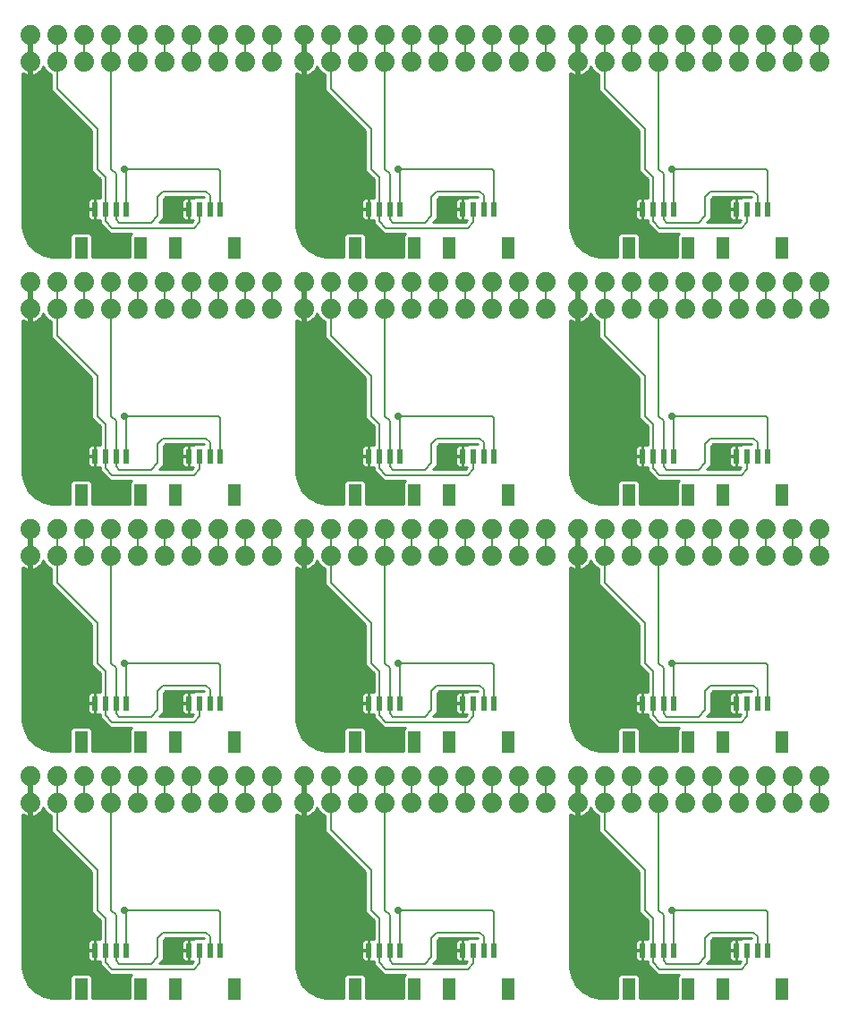
<source format=gtl>
G75*
%MOIN*%
%OFA0B0*%
%FSLAX25Y25*%
%IPPOS*%
%LPD*%
%AMOC8*
5,1,8,0,0,1.08239X$1,22.5*
%
%ADD10R,0.04724X0.07874*%
%ADD11R,0.02362X0.05315*%
%ADD12C,0.07400*%
%ADD13C,0.01000*%
%ADD14C,0.00800*%
%ADD15C,0.02900*%
D10*
X0107476Y0038865D03*
X0129524Y0038865D03*
X0142479Y0038865D03*
X0164527Y0038865D03*
X0209476Y0038865D03*
X0231524Y0038865D03*
X0244479Y0038865D03*
X0266527Y0038865D03*
X0311476Y0038865D03*
X0333524Y0038865D03*
X0346479Y0038865D03*
X0368527Y0038865D03*
X0368527Y0130865D03*
X0346479Y0130865D03*
X0333524Y0130865D03*
X0311476Y0130865D03*
X0266527Y0130865D03*
X0244479Y0130865D03*
X0231524Y0130865D03*
X0209476Y0130865D03*
X0164527Y0130865D03*
X0142479Y0130865D03*
X0129524Y0130865D03*
X0107476Y0130865D03*
X0107476Y0222865D03*
X0129524Y0222865D03*
X0142479Y0222865D03*
X0164527Y0222865D03*
X0209476Y0222865D03*
X0231524Y0222865D03*
X0244479Y0222865D03*
X0266527Y0222865D03*
X0311476Y0222865D03*
X0333524Y0222865D03*
X0346479Y0222865D03*
X0368527Y0222865D03*
X0368527Y0314865D03*
X0346479Y0314865D03*
X0333524Y0314865D03*
X0311476Y0314865D03*
X0266527Y0314865D03*
X0244479Y0314865D03*
X0231524Y0314865D03*
X0209476Y0314865D03*
X0164527Y0314865D03*
X0142479Y0314865D03*
X0129524Y0314865D03*
X0107476Y0314865D03*
D11*
X0112594Y0329333D03*
X0116531Y0329333D03*
X0120469Y0329333D03*
X0124406Y0329333D03*
X0147598Y0329334D03*
X0151535Y0329334D03*
X0155472Y0329334D03*
X0159409Y0329334D03*
X0214594Y0329333D03*
X0218531Y0329333D03*
X0222469Y0329333D03*
X0226406Y0329333D03*
X0249598Y0329334D03*
X0253535Y0329334D03*
X0257472Y0329334D03*
X0261409Y0329334D03*
X0316594Y0329333D03*
X0320531Y0329333D03*
X0324469Y0329333D03*
X0328406Y0329333D03*
X0351598Y0329334D03*
X0355535Y0329334D03*
X0359472Y0329334D03*
X0363409Y0329334D03*
X0363409Y0237334D03*
X0359472Y0237334D03*
X0355535Y0237334D03*
X0351598Y0237334D03*
X0328406Y0237333D03*
X0324469Y0237333D03*
X0320531Y0237333D03*
X0316594Y0237333D03*
X0261409Y0237334D03*
X0257472Y0237334D03*
X0253535Y0237334D03*
X0249598Y0237334D03*
X0226406Y0237333D03*
X0222469Y0237333D03*
X0218531Y0237333D03*
X0214594Y0237333D03*
X0159409Y0237334D03*
X0155472Y0237334D03*
X0151535Y0237334D03*
X0147598Y0237334D03*
X0124406Y0237333D03*
X0120469Y0237333D03*
X0116531Y0237333D03*
X0112594Y0237333D03*
X0112594Y0145333D03*
X0116531Y0145333D03*
X0120469Y0145333D03*
X0124406Y0145333D03*
X0147598Y0145334D03*
X0151535Y0145334D03*
X0155472Y0145334D03*
X0159409Y0145334D03*
X0214594Y0145333D03*
X0218531Y0145333D03*
X0222469Y0145333D03*
X0226406Y0145333D03*
X0249598Y0145334D03*
X0253535Y0145334D03*
X0257472Y0145334D03*
X0261409Y0145334D03*
X0316594Y0145333D03*
X0320531Y0145333D03*
X0324469Y0145333D03*
X0328406Y0145333D03*
X0351598Y0145334D03*
X0355535Y0145334D03*
X0359472Y0145334D03*
X0363409Y0145334D03*
X0363409Y0053334D03*
X0359472Y0053334D03*
X0355535Y0053334D03*
X0351598Y0053334D03*
X0328406Y0053333D03*
X0324469Y0053333D03*
X0320531Y0053333D03*
X0316594Y0053333D03*
X0261409Y0053334D03*
X0257472Y0053334D03*
X0253535Y0053334D03*
X0249598Y0053334D03*
X0226406Y0053333D03*
X0222469Y0053333D03*
X0218531Y0053333D03*
X0214594Y0053333D03*
X0159409Y0053334D03*
X0155472Y0053334D03*
X0151535Y0053334D03*
X0147598Y0053334D03*
X0124406Y0053333D03*
X0120469Y0053333D03*
X0116531Y0053333D03*
X0112594Y0053333D03*
D12*
X0108500Y0108333D03*
X0098500Y0108333D03*
X0088500Y0108333D03*
X0088500Y0118333D03*
X0098500Y0118333D03*
X0108500Y0118333D03*
X0118500Y0118333D03*
X0118500Y0108333D03*
X0128500Y0108333D03*
X0138500Y0108333D03*
X0148500Y0108333D03*
X0158500Y0108333D03*
X0168500Y0108333D03*
X0178500Y0108333D03*
X0178500Y0118333D03*
X0168500Y0118333D03*
X0158500Y0118333D03*
X0148500Y0118333D03*
X0138500Y0118333D03*
X0128500Y0118333D03*
X0190500Y0118333D03*
X0190500Y0108333D03*
X0200500Y0108333D03*
X0210500Y0108333D03*
X0220500Y0108333D03*
X0230500Y0108333D03*
X0240500Y0108333D03*
X0250500Y0108333D03*
X0260500Y0108333D03*
X0260500Y0118333D03*
X0250500Y0118333D03*
X0240500Y0118333D03*
X0230500Y0118333D03*
X0220500Y0118333D03*
X0210500Y0118333D03*
X0200500Y0118333D03*
X0270500Y0118333D03*
X0270500Y0108333D03*
X0280500Y0108333D03*
X0280500Y0118333D03*
X0292500Y0118333D03*
X0292500Y0108333D03*
X0302500Y0108333D03*
X0312500Y0108333D03*
X0322500Y0108333D03*
X0322500Y0118333D03*
X0312500Y0118333D03*
X0302500Y0118333D03*
X0332500Y0118333D03*
X0332500Y0108333D03*
X0342500Y0108333D03*
X0352500Y0108333D03*
X0362500Y0108333D03*
X0372500Y0108333D03*
X0382500Y0108333D03*
X0382500Y0118333D03*
X0372500Y0118333D03*
X0362500Y0118333D03*
X0352500Y0118333D03*
X0342500Y0118333D03*
X0342500Y0200333D03*
X0332500Y0200333D03*
X0332500Y0210333D03*
X0342500Y0210333D03*
X0352500Y0210333D03*
X0352500Y0200333D03*
X0362500Y0200333D03*
X0372500Y0200333D03*
X0382500Y0200333D03*
X0382500Y0210333D03*
X0372500Y0210333D03*
X0362500Y0210333D03*
X0322500Y0210333D03*
X0322500Y0200333D03*
X0312500Y0200333D03*
X0302500Y0200333D03*
X0292500Y0200333D03*
X0292500Y0210333D03*
X0302500Y0210333D03*
X0312500Y0210333D03*
X0280500Y0210333D03*
X0280500Y0200333D03*
X0270500Y0200333D03*
X0270500Y0210333D03*
X0260500Y0210333D03*
X0260500Y0200333D03*
X0250500Y0200333D03*
X0240500Y0200333D03*
X0230500Y0200333D03*
X0220500Y0200333D03*
X0210500Y0200333D03*
X0200500Y0200333D03*
X0190500Y0200333D03*
X0190500Y0210333D03*
X0200500Y0210333D03*
X0210500Y0210333D03*
X0220500Y0210333D03*
X0230500Y0210333D03*
X0240500Y0210333D03*
X0250500Y0210333D03*
X0178500Y0210333D03*
X0178500Y0200333D03*
X0168500Y0200333D03*
X0158500Y0200333D03*
X0148500Y0200333D03*
X0138500Y0200333D03*
X0128500Y0200333D03*
X0128500Y0210333D03*
X0138500Y0210333D03*
X0148500Y0210333D03*
X0158500Y0210333D03*
X0168500Y0210333D03*
X0118500Y0210333D03*
X0118500Y0200333D03*
X0108500Y0200333D03*
X0098500Y0200333D03*
X0088500Y0200333D03*
X0088500Y0210333D03*
X0098500Y0210333D03*
X0108500Y0210333D03*
X0108500Y0292333D03*
X0098500Y0292333D03*
X0088500Y0292333D03*
X0088500Y0302333D03*
X0098500Y0302333D03*
X0108500Y0302333D03*
X0118500Y0302333D03*
X0118500Y0292333D03*
X0128500Y0292333D03*
X0138500Y0292333D03*
X0148500Y0292333D03*
X0158500Y0292333D03*
X0168500Y0292333D03*
X0178500Y0292333D03*
X0178500Y0302333D03*
X0168500Y0302333D03*
X0158500Y0302333D03*
X0148500Y0302333D03*
X0138500Y0302333D03*
X0128500Y0302333D03*
X0190500Y0302333D03*
X0190500Y0292333D03*
X0200500Y0292333D03*
X0210500Y0292333D03*
X0220500Y0292333D03*
X0230500Y0292333D03*
X0240500Y0292333D03*
X0250500Y0292333D03*
X0260500Y0292333D03*
X0260500Y0302333D03*
X0250500Y0302333D03*
X0240500Y0302333D03*
X0230500Y0302333D03*
X0220500Y0302333D03*
X0210500Y0302333D03*
X0200500Y0302333D03*
X0270500Y0302333D03*
X0270500Y0292333D03*
X0280500Y0292333D03*
X0280500Y0302333D03*
X0292500Y0302333D03*
X0292500Y0292333D03*
X0302500Y0292333D03*
X0312500Y0292333D03*
X0322500Y0292333D03*
X0322500Y0302333D03*
X0312500Y0302333D03*
X0302500Y0302333D03*
X0332500Y0302333D03*
X0332500Y0292333D03*
X0342500Y0292333D03*
X0352500Y0292333D03*
X0362500Y0292333D03*
X0372500Y0292333D03*
X0382500Y0292333D03*
X0382500Y0302333D03*
X0372500Y0302333D03*
X0362500Y0302333D03*
X0352500Y0302333D03*
X0342500Y0302333D03*
X0342500Y0384333D03*
X0332500Y0384333D03*
X0322500Y0384333D03*
X0312500Y0384333D03*
X0302500Y0384333D03*
X0292500Y0384333D03*
X0280500Y0384333D03*
X0270500Y0384333D03*
X0260500Y0384333D03*
X0250500Y0384333D03*
X0240500Y0384333D03*
X0230500Y0384333D03*
X0220500Y0384333D03*
X0210500Y0384333D03*
X0200500Y0384333D03*
X0190500Y0384333D03*
X0190500Y0394333D03*
X0200500Y0394333D03*
X0210500Y0394333D03*
X0220500Y0394333D03*
X0230500Y0394333D03*
X0240500Y0394333D03*
X0250500Y0394333D03*
X0260500Y0394333D03*
X0270500Y0394333D03*
X0280500Y0394333D03*
X0292500Y0394333D03*
X0302500Y0394333D03*
X0312500Y0394333D03*
X0322500Y0394333D03*
X0332500Y0394333D03*
X0342500Y0394333D03*
X0352500Y0394333D03*
X0362500Y0394333D03*
X0372500Y0394333D03*
X0382500Y0394333D03*
X0382500Y0384333D03*
X0372500Y0384333D03*
X0362500Y0384333D03*
X0352500Y0384333D03*
X0178500Y0384333D03*
X0168500Y0384333D03*
X0158500Y0384333D03*
X0148500Y0384333D03*
X0138500Y0384333D03*
X0128500Y0384333D03*
X0118500Y0384333D03*
X0108500Y0384333D03*
X0098500Y0384333D03*
X0088500Y0384333D03*
X0088500Y0394333D03*
X0098500Y0394333D03*
X0108500Y0394333D03*
X0118500Y0394333D03*
X0128500Y0394333D03*
X0138500Y0394333D03*
X0148500Y0394333D03*
X0158500Y0394333D03*
X0168500Y0394333D03*
X0178500Y0394333D03*
D13*
X0085649Y0046558D02*
X0086440Y0043269D01*
X0088094Y0040319D01*
X0090485Y0037927D01*
X0093436Y0036274D01*
X0096725Y0035483D01*
X0098367Y0035433D01*
X0098459Y0035433D01*
X0099288Y0035465D01*
X0099323Y0035433D01*
X0103414Y0035433D01*
X0103414Y0043506D01*
X0104410Y0044502D01*
X0110543Y0044502D01*
X0111539Y0043506D01*
X0111539Y0035433D01*
X0125461Y0035433D01*
X0125461Y0043506D01*
X0126189Y0044233D01*
X0118130Y0044233D01*
X0116900Y0045463D01*
X0114431Y0047932D01*
X0114431Y0049191D01*
X0114346Y0049276D01*
X0113973Y0049176D01*
X0112685Y0049176D01*
X0112685Y0053243D01*
X0112504Y0053243D01*
X0109913Y0053243D01*
X0109913Y0050478D01*
X0110016Y0050097D01*
X0110213Y0049755D01*
X0110492Y0049476D01*
X0110834Y0049278D01*
X0111216Y0049176D01*
X0112504Y0049176D01*
X0112504Y0053243D01*
X0112504Y0053424D01*
X0112504Y0057491D01*
X0111216Y0057491D01*
X0110834Y0057389D01*
X0110492Y0057191D01*
X0110213Y0056912D01*
X0110016Y0056570D01*
X0109913Y0056188D01*
X0109913Y0053424D01*
X0112504Y0053424D01*
X0112685Y0053424D01*
X0112685Y0057491D01*
X0113973Y0057491D01*
X0114346Y0057391D01*
X0114431Y0057476D01*
X0114431Y0064432D01*
X0111400Y0067463D01*
X0111400Y0082463D01*
X0096400Y0097463D01*
X0096400Y0103358D01*
X0095441Y0103755D01*
X0093922Y0105274D01*
X0093391Y0106558D01*
X0093319Y0106337D01*
X0092947Y0105608D01*
X0092466Y0104946D01*
X0091888Y0104367D01*
X0091225Y0103886D01*
X0090496Y0103514D01*
X0089718Y0103261D01*
X0089000Y0103148D01*
X0089000Y0107833D01*
X0088000Y0107833D01*
X0088000Y0103148D01*
X0087282Y0103261D01*
X0086504Y0103514D01*
X0085775Y0103886D01*
X0085600Y0104013D01*
X0085600Y0049156D01*
X0085632Y0049121D01*
X0085600Y0048293D01*
X0085600Y0048200D01*
X0085649Y0046558D01*
X0085708Y0046314D02*
X0116049Y0046314D01*
X0115051Y0047312D02*
X0085627Y0047312D01*
X0085601Y0048311D02*
X0114431Y0048311D01*
X0112685Y0049310D02*
X0112504Y0049310D01*
X0112504Y0050308D02*
X0112685Y0050308D01*
X0112685Y0051307D02*
X0112504Y0051307D01*
X0112504Y0052305D02*
X0112685Y0052305D01*
X0112504Y0053304D02*
X0085600Y0053304D01*
X0085600Y0054302D02*
X0109913Y0054302D01*
X0109913Y0055301D02*
X0085600Y0055301D01*
X0085600Y0056299D02*
X0109943Y0056299D01*
X0110677Y0057298D02*
X0085600Y0057298D01*
X0085600Y0058296D02*
X0114431Y0058296D01*
X0114431Y0059295D02*
X0085600Y0059295D01*
X0085600Y0060293D02*
X0114431Y0060293D01*
X0114431Y0061292D02*
X0085600Y0061292D01*
X0085600Y0062290D02*
X0114431Y0062290D01*
X0114431Y0063289D02*
X0085600Y0063289D01*
X0085600Y0064287D02*
X0114431Y0064287D01*
X0113578Y0065286D02*
X0085600Y0065286D01*
X0085600Y0066284D02*
X0112579Y0066284D01*
X0111581Y0067283D02*
X0085600Y0067283D01*
X0085600Y0068281D02*
X0111400Y0068281D01*
X0111400Y0069280D02*
X0085600Y0069280D01*
X0085600Y0070278D02*
X0111400Y0070278D01*
X0111400Y0071277D02*
X0085600Y0071277D01*
X0085600Y0072275D02*
X0111400Y0072275D01*
X0111400Y0073274D02*
X0085600Y0073274D01*
X0085600Y0074272D02*
X0111400Y0074272D01*
X0111400Y0075271D02*
X0085600Y0075271D01*
X0085600Y0076269D02*
X0111400Y0076269D01*
X0111400Y0077268D02*
X0085600Y0077268D01*
X0085600Y0078266D02*
X0111400Y0078266D01*
X0111400Y0079265D02*
X0085600Y0079265D01*
X0085600Y0080263D02*
X0111400Y0080263D01*
X0111400Y0081262D02*
X0085600Y0081262D01*
X0085600Y0082260D02*
X0111400Y0082260D01*
X0110605Y0083259D02*
X0085600Y0083259D01*
X0085600Y0084257D02*
X0109606Y0084257D01*
X0108608Y0085256D02*
X0085600Y0085256D01*
X0085600Y0086254D02*
X0107609Y0086254D01*
X0106611Y0087253D02*
X0085600Y0087253D01*
X0085600Y0088251D02*
X0105612Y0088251D01*
X0104614Y0089250D02*
X0085600Y0089250D01*
X0085600Y0090248D02*
X0103615Y0090248D01*
X0102616Y0091247D02*
X0085600Y0091247D01*
X0085600Y0092245D02*
X0101618Y0092245D01*
X0100619Y0093244D02*
X0085600Y0093244D01*
X0085600Y0094243D02*
X0099621Y0094243D01*
X0098622Y0095241D02*
X0085600Y0095241D01*
X0085600Y0096240D02*
X0097624Y0096240D01*
X0096625Y0097238D02*
X0085600Y0097238D01*
X0085600Y0098237D02*
X0096400Y0098237D01*
X0096400Y0099235D02*
X0085600Y0099235D01*
X0085600Y0100234D02*
X0096400Y0100234D01*
X0096400Y0101232D02*
X0085600Y0101232D01*
X0085600Y0102231D02*
X0096400Y0102231D01*
X0096400Y0103229D02*
X0089514Y0103229D01*
X0089000Y0103229D02*
X0088000Y0103229D01*
X0087486Y0103229D02*
X0085600Y0103229D01*
X0088000Y0104228D02*
X0089000Y0104228D01*
X0089000Y0105226D02*
X0088000Y0105226D01*
X0088000Y0106225D02*
X0089000Y0106225D01*
X0089000Y0107223D02*
X0088000Y0107223D01*
X0088000Y0108833D02*
X0088000Y0117833D01*
X0089000Y0117833D01*
X0089000Y0113519D01*
X0089000Y0108833D01*
X0088000Y0108833D01*
X0088000Y0109220D02*
X0089000Y0109220D01*
X0089000Y0110219D02*
X0088000Y0110219D01*
X0088000Y0111217D02*
X0089000Y0111217D01*
X0089000Y0112216D02*
X0088000Y0112216D01*
X0088000Y0113214D02*
X0089000Y0113214D01*
X0089000Y0114213D02*
X0088000Y0114213D01*
X0088000Y0115211D02*
X0089000Y0115211D01*
X0089000Y0116210D02*
X0088000Y0116210D01*
X0088000Y0117208D02*
X0089000Y0117208D01*
X0093436Y0128274D02*
X0090485Y0129927D01*
X0088094Y0132319D01*
X0086440Y0135269D01*
X0085649Y0138558D01*
X0085600Y0140200D01*
X0085600Y0140293D01*
X0085632Y0141121D01*
X0085600Y0141156D01*
X0085600Y0196013D01*
X0085775Y0195886D01*
X0086504Y0195514D01*
X0087282Y0195261D01*
X0088000Y0195148D01*
X0088000Y0199833D01*
X0089000Y0199833D01*
X0089000Y0195148D01*
X0089718Y0195261D01*
X0090496Y0195514D01*
X0091225Y0195886D01*
X0091888Y0196367D01*
X0092466Y0196946D01*
X0092947Y0197608D01*
X0093319Y0198337D01*
X0093391Y0198558D01*
X0093922Y0197274D01*
X0095441Y0195755D01*
X0096400Y0195358D01*
X0096400Y0189463D01*
X0111400Y0174463D01*
X0111400Y0159463D01*
X0114431Y0156432D01*
X0114431Y0149476D01*
X0114346Y0149391D01*
X0113973Y0149491D01*
X0112685Y0149491D01*
X0112685Y0145424D01*
X0112504Y0145424D01*
X0112504Y0149491D01*
X0111216Y0149491D01*
X0110834Y0149389D01*
X0110492Y0149191D01*
X0110213Y0148912D01*
X0110016Y0148570D01*
X0109913Y0148188D01*
X0109913Y0145424D01*
X0112504Y0145424D01*
X0112504Y0145243D01*
X0109913Y0145243D01*
X0109913Y0142478D01*
X0110016Y0142097D01*
X0110213Y0141755D01*
X0110492Y0141476D01*
X0110834Y0141278D01*
X0111216Y0141176D01*
X0112504Y0141176D01*
X0112504Y0145243D01*
X0112685Y0145243D01*
X0112685Y0141176D01*
X0113973Y0141176D01*
X0114346Y0141276D01*
X0114431Y0141191D01*
X0114431Y0139932D01*
X0118130Y0136233D01*
X0126189Y0136233D01*
X0125461Y0135506D01*
X0125461Y0127433D01*
X0111539Y0127433D01*
X0111539Y0135506D01*
X0110543Y0136502D01*
X0104410Y0136502D01*
X0103414Y0135506D01*
X0103414Y0127433D01*
X0099323Y0127433D01*
X0099288Y0127465D01*
X0098459Y0127433D01*
X0098367Y0127433D01*
X0096725Y0127483D01*
X0093436Y0128274D01*
X0093776Y0128192D02*
X0103414Y0128192D01*
X0103414Y0129190D02*
X0091800Y0129190D01*
X0090224Y0130189D02*
X0103414Y0130189D01*
X0103414Y0131187D02*
X0089225Y0131187D01*
X0088227Y0132186D02*
X0103414Y0132186D01*
X0103414Y0133184D02*
X0087609Y0133184D01*
X0087049Y0134183D02*
X0103414Y0134183D01*
X0103414Y0135181D02*
X0086490Y0135181D01*
X0086221Y0136180D02*
X0104088Y0136180D01*
X0110865Y0136180D02*
X0126135Y0136180D01*
X0125461Y0135181D02*
X0111539Y0135181D01*
X0111539Y0134183D02*
X0125461Y0134183D01*
X0125461Y0133184D02*
X0111539Y0133184D01*
X0111539Y0132186D02*
X0125461Y0132186D01*
X0125461Y0131187D02*
X0111539Y0131187D01*
X0111539Y0130189D02*
X0125461Y0130189D01*
X0125461Y0129190D02*
X0111539Y0129190D01*
X0111539Y0128192D02*
X0125461Y0128192D01*
X0117185Y0137179D02*
X0085981Y0137179D01*
X0085741Y0138177D02*
X0116186Y0138177D01*
X0115188Y0139176D02*
X0085631Y0139176D01*
X0085601Y0140174D02*
X0114431Y0140174D01*
X0114431Y0141173D02*
X0085600Y0141173D01*
X0085600Y0142171D02*
X0109996Y0142171D01*
X0109913Y0143170D02*
X0085600Y0143170D01*
X0085600Y0144168D02*
X0109913Y0144168D01*
X0109913Y0145167D02*
X0085600Y0145167D01*
X0085600Y0146165D02*
X0109913Y0146165D01*
X0109913Y0147164D02*
X0085600Y0147164D01*
X0085600Y0148162D02*
X0109913Y0148162D01*
X0110462Y0149161D02*
X0085600Y0149161D01*
X0085600Y0150159D02*
X0114431Y0150159D01*
X0114431Y0151158D02*
X0085600Y0151158D01*
X0085600Y0152156D02*
X0114431Y0152156D01*
X0114431Y0153155D02*
X0085600Y0153155D01*
X0085600Y0154153D02*
X0114431Y0154153D01*
X0114431Y0155152D02*
X0085600Y0155152D01*
X0085600Y0156150D02*
X0114431Y0156150D01*
X0113715Y0157149D02*
X0085600Y0157149D01*
X0085600Y0158147D02*
X0112716Y0158147D01*
X0111718Y0159146D02*
X0085600Y0159146D01*
X0085600Y0160144D02*
X0111400Y0160144D01*
X0111400Y0161143D02*
X0085600Y0161143D01*
X0085600Y0162141D02*
X0111400Y0162141D01*
X0111400Y0163140D02*
X0085600Y0163140D01*
X0085600Y0164138D02*
X0111400Y0164138D01*
X0111400Y0165137D02*
X0085600Y0165137D01*
X0085600Y0166135D02*
X0111400Y0166135D01*
X0111400Y0167134D02*
X0085600Y0167134D01*
X0085600Y0168132D02*
X0111400Y0168132D01*
X0111400Y0169131D02*
X0085600Y0169131D01*
X0085600Y0170129D02*
X0111400Y0170129D01*
X0111400Y0171128D02*
X0085600Y0171128D01*
X0085600Y0172126D02*
X0111400Y0172126D01*
X0111400Y0173125D02*
X0085600Y0173125D01*
X0085600Y0174123D02*
X0111400Y0174123D01*
X0110742Y0175122D02*
X0085600Y0175122D01*
X0085600Y0176120D02*
X0109743Y0176120D01*
X0108745Y0177119D02*
X0085600Y0177119D01*
X0085600Y0178117D02*
X0107746Y0178117D01*
X0106747Y0179116D02*
X0085600Y0179116D01*
X0085600Y0180114D02*
X0105749Y0180114D01*
X0104750Y0181113D02*
X0085600Y0181113D01*
X0085600Y0182112D02*
X0103752Y0182112D01*
X0102753Y0183110D02*
X0085600Y0183110D01*
X0085600Y0184109D02*
X0101755Y0184109D01*
X0100756Y0185107D02*
X0085600Y0185107D01*
X0085600Y0186106D02*
X0099758Y0186106D01*
X0098759Y0187104D02*
X0085600Y0187104D01*
X0085600Y0188103D02*
X0097761Y0188103D01*
X0096762Y0189101D02*
X0085600Y0189101D01*
X0085600Y0190100D02*
X0096400Y0190100D01*
X0096400Y0191098D02*
X0085600Y0191098D01*
X0085600Y0192097D02*
X0096400Y0192097D01*
X0096400Y0193095D02*
X0085600Y0193095D01*
X0085600Y0194094D02*
X0096400Y0194094D01*
X0096400Y0195092D02*
X0085600Y0195092D01*
X0088000Y0196091D02*
X0089000Y0196091D01*
X0089000Y0197089D02*
X0088000Y0197089D01*
X0088000Y0198088D02*
X0089000Y0198088D01*
X0089000Y0199086D02*
X0088000Y0199086D01*
X0088000Y0200833D02*
X0088000Y0209833D01*
X0089000Y0209833D01*
X0089000Y0205519D01*
X0089000Y0200833D01*
X0088000Y0200833D01*
X0088000Y0201083D02*
X0089000Y0201083D01*
X0089000Y0202082D02*
X0088000Y0202082D01*
X0088000Y0203080D02*
X0089000Y0203080D01*
X0089000Y0204079D02*
X0088000Y0204079D01*
X0088000Y0205077D02*
X0089000Y0205077D01*
X0089000Y0206076D02*
X0088000Y0206076D01*
X0088000Y0207074D02*
X0089000Y0207074D01*
X0089000Y0208073D02*
X0088000Y0208073D01*
X0088000Y0209071D02*
X0089000Y0209071D01*
X0093436Y0220274D02*
X0090485Y0221927D01*
X0088094Y0224319D01*
X0086440Y0227269D01*
X0085649Y0230558D01*
X0085600Y0232200D01*
X0085600Y0232293D01*
X0085632Y0233121D01*
X0085600Y0233156D01*
X0085600Y0288013D01*
X0085775Y0287886D01*
X0086504Y0287514D01*
X0087282Y0287261D01*
X0088000Y0287148D01*
X0088000Y0291833D01*
X0089000Y0291833D01*
X0089000Y0287148D01*
X0089718Y0287261D01*
X0090496Y0287514D01*
X0091225Y0287886D01*
X0091888Y0288367D01*
X0092466Y0288946D01*
X0092947Y0289608D01*
X0093319Y0290337D01*
X0093391Y0290558D01*
X0093922Y0289274D01*
X0095441Y0287755D01*
X0096400Y0287358D01*
X0096400Y0281463D01*
X0111400Y0266463D01*
X0111400Y0251463D01*
X0114431Y0248432D01*
X0114431Y0241476D01*
X0114346Y0241391D01*
X0113973Y0241491D01*
X0112685Y0241491D01*
X0112685Y0237424D01*
X0112504Y0237424D01*
X0112504Y0241491D01*
X0111216Y0241491D01*
X0110834Y0241389D01*
X0110492Y0241191D01*
X0110213Y0240912D01*
X0110016Y0240570D01*
X0109913Y0240188D01*
X0109913Y0237424D01*
X0112504Y0237424D01*
X0112504Y0237243D01*
X0109913Y0237243D01*
X0109913Y0234478D01*
X0110016Y0234097D01*
X0110213Y0233755D01*
X0110492Y0233476D01*
X0110834Y0233278D01*
X0111216Y0233176D01*
X0112504Y0233176D01*
X0112504Y0237243D01*
X0112685Y0237243D01*
X0112685Y0233176D01*
X0113973Y0233176D01*
X0114346Y0233276D01*
X0114431Y0233191D01*
X0114431Y0231932D01*
X0116900Y0229463D01*
X0118130Y0228233D01*
X0126189Y0228233D01*
X0125461Y0227506D01*
X0125461Y0219433D01*
X0111539Y0219433D01*
X0111539Y0227506D01*
X0110543Y0228502D01*
X0104410Y0228502D01*
X0103414Y0227506D01*
X0103414Y0219433D01*
X0099323Y0219433D01*
X0099288Y0219465D01*
X0098459Y0219433D01*
X0098367Y0219433D01*
X0096725Y0219483D01*
X0093436Y0220274D01*
X0094346Y0220055D02*
X0103414Y0220055D01*
X0103414Y0221053D02*
X0092045Y0221053D01*
X0090361Y0222052D02*
X0103414Y0222052D01*
X0103414Y0223050D02*
X0089362Y0223050D01*
X0088364Y0224049D02*
X0103414Y0224049D01*
X0103414Y0225048D02*
X0087685Y0225048D01*
X0087126Y0226046D02*
X0103414Y0226046D01*
X0103414Y0227045D02*
X0086566Y0227045D01*
X0086254Y0228043D02*
X0103951Y0228043D01*
X0111002Y0228043D02*
X0125998Y0228043D01*
X0125461Y0227045D02*
X0111539Y0227045D01*
X0111539Y0226046D02*
X0125461Y0226046D01*
X0125461Y0225048D02*
X0111539Y0225048D01*
X0111539Y0224049D02*
X0125461Y0224049D01*
X0125461Y0223050D02*
X0111539Y0223050D01*
X0111539Y0222052D02*
X0125461Y0222052D01*
X0125461Y0221053D02*
X0111539Y0221053D01*
X0111539Y0220055D02*
X0125461Y0220055D01*
X0117322Y0229042D02*
X0086014Y0229042D01*
X0085774Y0230040D02*
X0116323Y0230040D01*
X0115325Y0231039D02*
X0085635Y0231039D01*
X0085605Y0232037D02*
X0114431Y0232037D01*
X0114431Y0233036D02*
X0085629Y0233036D01*
X0085600Y0234034D02*
X0110052Y0234034D01*
X0109913Y0235033D02*
X0085600Y0235033D01*
X0085600Y0236031D02*
X0109913Y0236031D01*
X0109913Y0237030D02*
X0085600Y0237030D01*
X0085600Y0238028D02*
X0109913Y0238028D01*
X0109913Y0239027D02*
X0085600Y0239027D01*
X0085600Y0240025D02*
X0109913Y0240025D01*
X0110325Y0241024D02*
X0085600Y0241024D01*
X0085600Y0242022D02*
X0114431Y0242022D01*
X0114431Y0243021D02*
X0085600Y0243021D01*
X0085600Y0244019D02*
X0114431Y0244019D01*
X0114431Y0245018D02*
X0085600Y0245018D01*
X0085600Y0246016D02*
X0114431Y0246016D01*
X0114431Y0247015D02*
X0085600Y0247015D01*
X0085600Y0248013D02*
X0114431Y0248013D01*
X0113852Y0249012D02*
X0085600Y0249012D01*
X0085600Y0250010D02*
X0112853Y0250010D01*
X0111855Y0251009D02*
X0085600Y0251009D01*
X0085600Y0252007D02*
X0111400Y0252007D01*
X0111400Y0253006D02*
X0085600Y0253006D01*
X0085600Y0254004D02*
X0111400Y0254004D01*
X0111400Y0255003D02*
X0085600Y0255003D01*
X0085600Y0256001D02*
X0111400Y0256001D01*
X0111400Y0257000D02*
X0085600Y0257000D01*
X0085600Y0257998D02*
X0111400Y0257998D01*
X0111400Y0258997D02*
X0085600Y0258997D01*
X0085600Y0259995D02*
X0111400Y0259995D01*
X0111400Y0260994D02*
X0085600Y0260994D01*
X0085600Y0261992D02*
X0111400Y0261992D01*
X0111400Y0262991D02*
X0085600Y0262991D01*
X0085600Y0263989D02*
X0111400Y0263989D01*
X0111400Y0264988D02*
X0085600Y0264988D01*
X0085600Y0265986D02*
X0111400Y0265986D01*
X0110878Y0266985D02*
X0085600Y0266985D01*
X0085600Y0267983D02*
X0109880Y0267983D01*
X0108881Y0268982D02*
X0085600Y0268982D01*
X0085600Y0269981D02*
X0107883Y0269981D01*
X0106884Y0270979D02*
X0085600Y0270979D01*
X0085600Y0271978D02*
X0105886Y0271978D01*
X0104887Y0272976D02*
X0085600Y0272976D01*
X0085600Y0273975D02*
X0103889Y0273975D01*
X0102890Y0274973D02*
X0085600Y0274973D01*
X0085600Y0275972D02*
X0101892Y0275972D01*
X0100893Y0276970D02*
X0085600Y0276970D01*
X0085600Y0277969D02*
X0099895Y0277969D01*
X0098896Y0278967D02*
X0085600Y0278967D01*
X0085600Y0279966D02*
X0097898Y0279966D01*
X0096899Y0280964D02*
X0085600Y0280964D01*
X0085600Y0281963D02*
X0096400Y0281963D01*
X0096400Y0282961D02*
X0085600Y0282961D01*
X0085600Y0283960D02*
X0096400Y0283960D01*
X0096400Y0284958D02*
X0085600Y0284958D01*
X0085600Y0285957D02*
X0096400Y0285957D01*
X0096400Y0286955D02*
X0085600Y0286955D01*
X0085600Y0287954D02*
X0085681Y0287954D01*
X0088000Y0287954D02*
X0089000Y0287954D01*
X0089000Y0288952D02*
X0088000Y0288952D01*
X0088000Y0289951D02*
X0089000Y0289951D01*
X0089000Y0290949D02*
X0088000Y0290949D01*
X0088000Y0292833D02*
X0088000Y0301833D01*
X0089000Y0301833D01*
X0089000Y0297148D01*
X0089000Y0292833D01*
X0088000Y0292833D01*
X0088000Y0292946D02*
X0089000Y0292946D01*
X0089000Y0293945D02*
X0088000Y0293945D01*
X0088000Y0294943D02*
X0089000Y0294943D01*
X0089000Y0295942D02*
X0088000Y0295942D01*
X0088000Y0296940D02*
X0089000Y0296940D01*
X0089000Y0297939D02*
X0088000Y0297939D01*
X0088000Y0298937D02*
X0089000Y0298937D01*
X0089000Y0299936D02*
X0088000Y0299936D01*
X0088000Y0300934D02*
X0089000Y0300934D01*
X0093122Y0289951D02*
X0093642Y0289951D01*
X0094244Y0288952D02*
X0092471Y0288952D01*
X0091319Y0287954D02*
X0095243Y0287954D01*
X0096725Y0311483D02*
X0093436Y0312274D01*
X0090485Y0313927D01*
X0088094Y0316319D01*
X0086440Y0319269D01*
X0085649Y0322558D01*
X0085600Y0324200D01*
X0085600Y0324293D01*
X0085632Y0325121D01*
X0085600Y0325156D01*
X0085600Y0380013D01*
X0085775Y0379886D01*
X0086504Y0379514D01*
X0087282Y0379261D01*
X0088000Y0379148D01*
X0088000Y0383833D01*
X0089000Y0383833D01*
X0089000Y0379148D01*
X0089718Y0379261D01*
X0090496Y0379514D01*
X0091225Y0379886D01*
X0091888Y0380367D01*
X0092466Y0380946D01*
X0092947Y0381608D01*
X0093319Y0382337D01*
X0093391Y0382558D01*
X0093922Y0381274D01*
X0095441Y0379755D01*
X0096400Y0379358D01*
X0096400Y0373463D01*
X0111400Y0358463D01*
X0111400Y0343463D01*
X0114431Y0340432D01*
X0114431Y0333476D01*
X0114346Y0333391D01*
X0113973Y0333491D01*
X0112685Y0333491D01*
X0112685Y0329424D01*
X0112504Y0329424D01*
X0112504Y0333491D01*
X0111216Y0333491D01*
X0110834Y0333389D01*
X0110492Y0333191D01*
X0110213Y0332912D01*
X0110016Y0332570D01*
X0109913Y0332188D01*
X0109913Y0329424D01*
X0112504Y0329424D01*
X0112504Y0329243D01*
X0109913Y0329243D01*
X0109913Y0326478D01*
X0110016Y0326097D01*
X0110213Y0325755D01*
X0110492Y0325476D01*
X0110834Y0325278D01*
X0111216Y0325176D01*
X0112504Y0325176D01*
X0112504Y0329243D01*
X0112685Y0329243D01*
X0112685Y0325176D01*
X0113973Y0325176D01*
X0114346Y0325276D01*
X0114431Y0325191D01*
X0114431Y0323932D01*
X0116900Y0321463D01*
X0118130Y0320233D01*
X0126189Y0320233D01*
X0125461Y0319506D01*
X0125461Y0311433D01*
X0111539Y0311433D01*
X0111539Y0319506D01*
X0110543Y0320502D01*
X0104410Y0320502D01*
X0103414Y0319506D01*
X0103414Y0311433D01*
X0099323Y0311433D01*
X0099288Y0311465D01*
X0098459Y0311433D01*
X0098367Y0311433D01*
X0096725Y0311483D01*
X0094915Y0311918D02*
X0103414Y0311918D01*
X0103414Y0312916D02*
X0092289Y0312916D01*
X0093436Y0312274D02*
X0093436Y0312274D01*
X0090507Y0313915D02*
X0103414Y0313915D01*
X0103414Y0314914D02*
X0089499Y0314914D01*
X0088500Y0315912D02*
X0103414Y0315912D01*
X0103414Y0316911D02*
X0087762Y0316911D01*
X0087203Y0317909D02*
X0103414Y0317909D01*
X0103414Y0318908D02*
X0086643Y0318908D01*
X0086287Y0319906D02*
X0103814Y0319906D01*
X0111138Y0319906D02*
X0125862Y0319906D01*
X0125461Y0318908D02*
X0111539Y0318908D01*
X0111539Y0317909D02*
X0125461Y0317909D01*
X0125461Y0316911D02*
X0111539Y0316911D01*
X0111539Y0315912D02*
X0125461Y0315912D01*
X0125461Y0314914D02*
X0111539Y0314914D01*
X0111539Y0313915D02*
X0125461Y0313915D01*
X0125461Y0312916D02*
X0111539Y0312916D01*
X0111539Y0311918D02*
X0125461Y0311918D01*
X0117459Y0320905D02*
X0086047Y0320905D01*
X0085807Y0321903D02*
X0116460Y0321903D01*
X0115462Y0322902D02*
X0085639Y0322902D01*
X0085609Y0323900D02*
X0114463Y0323900D01*
X0114431Y0324899D02*
X0085623Y0324899D01*
X0085600Y0325897D02*
X0110131Y0325897D01*
X0109913Y0326896D02*
X0085600Y0326896D01*
X0085600Y0327894D02*
X0109913Y0327894D01*
X0109913Y0328893D02*
X0085600Y0328893D01*
X0085600Y0329891D02*
X0109913Y0329891D01*
X0109913Y0330890D02*
X0085600Y0330890D01*
X0085600Y0331888D02*
X0109913Y0331888D01*
X0110199Y0332887D02*
X0085600Y0332887D01*
X0085600Y0333885D02*
X0114431Y0333885D01*
X0114431Y0334884D02*
X0085600Y0334884D01*
X0085600Y0335882D02*
X0114431Y0335882D01*
X0114431Y0336881D02*
X0085600Y0336881D01*
X0085600Y0337879D02*
X0114431Y0337879D01*
X0114431Y0338878D02*
X0085600Y0338878D01*
X0085600Y0339876D02*
X0114431Y0339876D01*
X0113989Y0340875D02*
X0085600Y0340875D01*
X0085600Y0341873D02*
X0112990Y0341873D01*
X0111992Y0342872D02*
X0085600Y0342872D01*
X0085600Y0343870D02*
X0111400Y0343870D01*
X0111400Y0344869D02*
X0085600Y0344869D01*
X0085600Y0345867D02*
X0111400Y0345867D01*
X0111400Y0346866D02*
X0085600Y0346866D01*
X0085600Y0347864D02*
X0111400Y0347864D01*
X0111400Y0348863D02*
X0085600Y0348863D01*
X0085600Y0349861D02*
X0111400Y0349861D01*
X0111400Y0350860D02*
X0085600Y0350860D01*
X0085600Y0351858D02*
X0111400Y0351858D01*
X0111400Y0352857D02*
X0085600Y0352857D01*
X0085600Y0353855D02*
X0111400Y0353855D01*
X0111400Y0354854D02*
X0085600Y0354854D01*
X0085600Y0355852D02*
X0111400Y0355852D01*
X0111400Y0356851D02*
X0085600Y0356851D01*
X0085600Y0357850D02*
X0111400Y0357850D01*
X0111015Y0358848D02*
X0085600Y0358848D01*
X0085600Y0359847D02*
X0110017Y0359847D01*
X0109018Y0360845D02*
X0085600Y0360845D01*
X0085600Y0361844D02*
X0108020Y0361844D01*
X0107021Y0362842D02*
X0085600Y0362842D01*
X0085600Y0363841D02*
X0106023Y0363841D01*
X0105024Y0364839D02*
X0085600Y0364839D01*
X0085600Y0365838D02*
X0104026Y0365838D01*
X0103027Y0366836D02*
X0085600Y0366836D01*
X0085600Y0367835D02*
X0102029Y0367835D01*
X0101030Y0368833D02*
X0085600Y0368833D01*
X0085600Y0369832D02*
X0100032Y0369832D01*
X0099033Y0370830D02*
X0085600Y0370830D01*
X0085600Y0371829D02*
X0098035Y0371829D01*
X0097036Y0372827D02*
X0085600Y0372827D01*
X0085600Y0373826D02*
X0096400Y0373826D01*
X0096400Y0374824D02*
X0085600Y0374824D01*
X0085600Y0375823D02*
X0096400Y0375823D01*
X0096400Y0376821D02*
X0085600Y0376821D01*
X0085600Y0377820D02*
X0096400Y0377820D01*
X0096400Y0378818D02*
X0085600Y0378818D01*
X0085600Y0379817D02*
X0085910Y0379817D01*
X0088000Y0379817D02*
X0089000Y0379817D01*
X0089000Y0380815D02*
X0088000Y0380815D01*
X0088000Y0381814D02*
X0089000Y0381814D01*
X0089000Y0382812D02*
X0088000Y0382812D01*
X0088000Y0383811D02*
X0089000Y0383811D01*
X0089000Y0384833D02*
X0088000Y0384833D01*
X0088000Y0393833D01*
X0089000Y0393833D01*
X0089000Y0389519D01*
X0089000Y0384833D01*
X0089000Y0385808D02*
X0088000Y0385808D01*
X0088000Y0386806D02*
X0089000Y0386806D01*
X0089000Y0387805D02*
X0088000Y0387805D01*
X0088000Y0388803D02*
X0089000Y0388803D01*
X0089000Y0389802D02*
X0088000Y0389802D01*
X0088000Y0390800D02*
X0089000Y0390800D01*
X0089000Y0391799D02*
X0088000Y0391799D01*
X0088000Y0392797D02*
X0089000Y0392797D01*
X0089000Y0393796D02*
X0088000Y0393796D01*
X0093052Y0381814D02*
X0093699Y0381814D01*
X0094381Y0380815D02*
X0092336Y0380815D01*
X0091090Y0379817D02*
X0095380Y0379817D01*
X0112504Y0332887D02*
X0112685Y0332887D01*
X0112685Y0331888D02*
X0112504Y0331888D01*
X0112504Y0330890D02*
X0112685Y0330890D01*
X0112685Y0329891D02*
X0112504Y0329891D01*
X0112504Y0328893D02*
X0112685Y0328893D01*
X0112685Y0327894D02*
X0112504Y0327894D01*
X0112504Y0326896D02*
X0112685Y0326896D01*
X0112685Y0325897D02*
X0112504Y0325897D01*
X0136570Y0324433D02*
X0138100Y0325963D01*
X0138100Y0332963D01*
X0138870Y0333733D01*
X0153130Y0333733D01*
X0153172Y0333691D01*
X0149649Y0333691D01*
X0149349Y0333391D01*
X0148976Y0333491D01*
X0147688Y0333491D01*
X0147688Y0329424D01*
X0147507Y0329424D01*
X0147507Y0329243D01*
X0147688Y0329243D01*
X0147688Y0325176D01*
X0148976Y0325176D01*
X0149349Y0325276D01*
X0149411Y0325214D01*
X0148630Y0324433D01*
X0136570Y0324433D01*
X0137035Y0324899D02*
X0149095Y0324899D01*
X0147507Y0325176D02*
X0147507Y0329243D01*
X0144916Y0329243D01*
X0144916Y0326479D01*
X0145019Y0326097D01*
X0145216Y0325755D01*
X0145495Y0325476D01*
X0145837Y0325279D01*
X0146219Y0325176D01*
X0147507Y0325176D01*
X0147507Y0325897D02*
X0147688Y0325897D01*
X0147688Y0326896D02*
X0147507Y0326896D01*
X0147507Y0327894D02*
X0147688Y0327894D01*
X0147688Y0328893D02*
X0147507Y0328893D01*
X0147507Y0329424D02*
X0144916Y0329424D01*
X0144916Y0332189D01*
X0145019Y0332570D01*
X0145216Y0332912D01*
X0145495Y0333192D01*
X0145837Y0333389D01*
X0146219Y0333491D01*
X0147507Y0333491D01*
X0147507Y0329424D01*
X0147507Y0329891D02*
X0147688Y0329891D01*
X0147688Y0330890D02*
X0147507Y0330890D01*
X0147507Y0331888D02*
X0147688Y0331888D01*
X0147688Y0332887D02*
X0147507Y0332887D01*
X0145201Y0332887D02*
X0138100Y0332887D01*
X0138100Y0331888D02*
X0144916Y0331888D01*
X0144916Y0330890D02*
X0138100Y0330890D01*
X0138100Y0329891D02*
X0144916Y0329891D01*
X0144916Y0328893D02*
X0138100Y0328893D01*
X0138100Y0327894D02*
X0144916Y0327894D01*
X0144916Y0326896D02*
X0138100Y0326896D01*
X0138034Y0325897D02*
X0145134Y0325897D01*
X0187600Y0325897D02*
X0212131Y0325897D01*
X0212213Y0325755D02*
X0212492Y0325476D01*
X0212834Y0325278D01*
X0213216Y0325176D01*
X0214504Y0325176D01*
X0214504Y0329243D01*
X0211913Y0329243D01*
X0211913Y0326478D01*
X0212016Y0326097D01*
X0212213Y0325755D01*
X0211913Y0326896D02*
X0187600Y0326896D01*
X0187600Y0327894D02*
X0211913Y0327894D01*
X0211913Y0328893D02*
X0187600Y0328893D01*
X0187600Y0329891D02*
X0211913Y0329891D01*
X0211913Y0329424D02*
X0214504Y0329424D01*
X0214504Y0333491D01*
X0213216Y0333491D01*
X0212834Y0333389D01*
X0212492Y0333191D01*
X0212213Y0332912D01*
X0212016Y0332570D01*
X0211913Y0332188D01*
X0211913Y0329424D01*
X0211913Y0330890D02*
X0187600Y0330890D01*
X0187600Y0331888D02*
X0211913Y0331888D01*
X0212199Y0332887D02*
X0187600Y0332887D01*
X0187600Y0333885D02*
X0216431Y0333885D01*
X0216431Y0333476D02*
X0216346Y0333391D01*
X0215973Y0333491D01*
X0214685Y0333491D01*
X0214685Y0329424D01*
X0214504Y0329424D01*
X0214504Y0329243D01*
X0214685Y0329243D01*
X0214685Y0325176D01*
X0215973Y0325176D01*
X0216346Y0325276D01*
X0216431Y0325191D01*
X0216431Y0323932D01*
X0218900Y0321463D01*
X0220130Y0320233D01*
X0228189Y0320233D01*
X0227461Y0319506D01*
X0227461Y0311433D01*
X0213539Y0311433D01*
X0213539Y0319506D01*
X0212543Y0320502D01*
X0206410Y0320502D01*
X0205414Y0319506D01*
X0205414Y0311433D01*
X0201323Y0311433D01*
X0201288Y0311465D01*
X0200459Y0311433D01*
X0200367Y0311433D01*
X0198725Y0311483D01*
X0195436Y0312274D01*
X0192485Y0313927D01*
X0190094Y0316319D01*
X0188440Y0319269D01*
X0187649Y0322558D01*
X0187600Y0324200D01*
X0187600Y0324293D01*
X0187632Y0325121D01*
X0187600Y0325156D01*
X0187600Y0380013D01*
X0187775Y0379886D01*
X0188504Y0379514D01*
X0189282Y0379261D01*
X0190000Y0379148D01*
X0190000Y0383833D01*
X0191000Y0383833D01*
X0191000Y0379148D01*
X0191718Y0379261D01*
X0192496Y0379514D01*
X0193225Y0379886D01*
X0193888Y0380367D01*
X0194466Y0380946D01*
X0194947Y0381608D01*
X0195319Y0382337D01*
X0195391Y0382558D01*
X0195922Y0381274D01*
X0197441Y0379755D01*
X0198400Y0379358D01*
X0198400Y0373463D01*
X0213400Y0358463D01*
X0213400Y0343463D01*
X0216431Y0340432D01*
X0216431Y0333476D01*
X0216431Y0334884D02*
X0187600Y0334884D01*
X0187600Y0335882D02*
X0216431Y0335882D01*
X0216431Y0336881D02*
X0187600Y0336881D01*
X0187600Y0337879D02*
X0216431Y0337879D01*
X0216431Y0338878D02*
X0187600Y0338878D01*
X0187600Y0339876D02*
X0216431Y0339876D01*
X0215989Y0340875D02*
X0187600Y0340875D01*
X0187600Y0341873D02*
X0214990Y0341873D01*
X0213992Y0342872D02*
X0187600Y0342872D01*
X0187600Y0343870D02*
X0213400Y0343870D01*
X0213400Y0344869D02*
X0187600Y0344869D01*
X0187600Y0345867D02*
X0213400Y0345867D01*
X0213400Y0346866D02*
X0187600Y0346866D01*
X0187600Y0347864D02*
X0213400Y0347864D01*
X0213400Y0348863D02*
X0187600Y0348863D01*
X0187600Y0349861D02*
X0213400Y0349861D01*
X0213400Y0350860D02*
X0187600Y0350860D01*
X0187600Y0351858D02*
X0213400Y0351858D01*
X0213400Y0352857D02*
X0187600Y0352857D01*
X0187600Y0353855D02*
X0213400Y0353855D01*
X0213400Y0354854D02*
X0187600Y0354854D01*
X0187600Y0355852D02*
X0213400Y0355852D01*
X0213400Y0356851D02*
X0187600Y0356851D01*
X0187600Y0357850D02*
X0213400Y0357850D01*
X0213015Y0358848D02*
X0187600Y0358848D01*
X0187600Y0359847D02*
X0212017Y0359847D01*
X0211018Y0360845D02*
X0187600Y0360845D01*
X0187600Y0361844D02*
X0210020Y0361844D01*
X0209021Y0362842D02*
X0187600Y0362842D01*
X0187600Y0363841D02*
X0208023Y0363841D01*
X0207024Y0364839D02*
X0187600Y0364839D01*
X0187600Y0365838D02*
X0206026Y0365838D01*
X0205027Y0366836D02*
X0187600Y0366836D01*
X0187600Y0367835D02*
X0204029Y0367835D01*
X0203030Y0368833D02*
X0187600Y0368833D01*
X0187600Y0369832D02*
X0202032Y0369832D01*
X0201033Y0370830D02*
X0187600Y0370830D01*
X0187600Y0371829D02*
X0200035Y0371829D01*
X0199036Y0372827D02*
X0187600Y0372827D01*
X0187600Y0373826D02*
X0198400Y0373826D01*
X0198400Y0374824D02*
X0187600Y0374824D01*
X0187600Y0375823D02*
X0198400Y0375823D01*
X0198400Y0376821D02*
X0187600Y0376821D01*
X0187600Y0377820D02*
X0198400Y0377820D01*
X0198400Y0378818D02*
X0187600Y0378818D01*
X0187600Y0379817D02*
X0187910Y0379817D01*
X0190000Y0379817D02*
X0191000Y0379817D01*
X0191000Y0380815D02*
X0190000Y0380815D01*
X0190000Y0381814D02*
X0191000Y0381814D01*
X0191000Y0382812D02*
X0190000Y0382812D01*
X0190000Y0383811D02*
X0191000Y0383811D01*
X0191000Y0384833D02*
X0190000Y0384833D01*
X0190000Y0393833D01*
X0191000Y0393833D01*
X0191000Y0389519D01*
X0191000Y0384833D01*
X0191000Y0385808D02*
X0190000Y0385808D01*
X0190000Y0386806D02*
X0191000Y0386806D01*
X0191000Y0387805D02*
X0190000Y0387805D01*
X0190000Y0388803D02*
X0191000Y0388803D01*
X0191000Y0389802D02*
X0190000Y0389802D01*
X0190000Y0390800D02*
X0191000Y0390800D01*
X0191000Y0391799D02*
X0190000Y0391799D01*
X0190000Y0392797D02*
X0191000Y0392797D01*
X0191000Y0393796D02*
X0190000Y0393796D01*
X0195052Y0381814D02*
X0195699Y0381814D01*
X0196381Y0380815D02*
X0194336Y0380815D01*
X0193090Y0379817D02*
X0197380Y0379817D01*
X0214504Y0332887D02*
X0214685Y0332887D01*
X0214685Y0331888D02*
X0214504Y0331888D01*
X0214504Y0330890D02*
X0214685Y0330890D01*
X0214685Y0329891D02*
X0214504Y0329891D01*
X0214504Y0328893D02*
X0214685Y0328893D01*
X0214685Y0327894D02*
X0214504Y0327894D01*
X0214504Y0326896D02*
X0214685Y0326896D01*
X0214685Y0325897D02*
X0214504Y0325897D01*
X0216431Y0324899D02*
X0187623Y0324899D01*
X0187609Y0323900D02*
X0216463Y0323900D01*
X0217462Y0322902D02*
X0187639Y0322902D01*
X0187807Y0321903D02*
X0218460Y0321903D01*
X0219459Y0320905D02*
X0188047Y0320905D01*
X0188287Y0319906D02*
X0205814Y0319906D01*
X0205414Y0318908D02*
X0188643Y0318908D01*
X0189203Y0317909D02*
X0205414Y0317909D01*
X0205414Y0316911D02*
X0189762Y0316911D01*
X0190500Y0315912D02*
X0205414Y0315912D01*
X0205414Y0314914D02*
X0191499Y0314914D01*
X0192507Y0313915D02*
X0205414Y0313915D01*
X0205414Y0312916D02*
X0194289Y0312916D01*
X0196915Y0311918D02*
X0205414Y0311918D01*
X0213539Y0311918D02*
X0227461Y0311918D01*
X0227461Y0312916D02*
X0213539Y0312916D01*
X0213539Y0313915D02*
X0227461Y0313915D01*
X0227461Y0314914D02*
X0213539Y0314914D01*
X0213539Y0315912D02*
X0227461Y0315912D01*
X0227461Y0316911D02*
X0213539Y0316911D01*
X0213539Y0317909D02*
X0227461Y0317909D01*
X0227461Y0318908D02*
X0213539Y0318908D01*
X0213138Y0319906D02*
X0227862Y0319906D01*
X0238570Y0324433D02*
X0240100Y0325963D01*
X0240100Y0332963D01*
X0240870Y0333733D01*
X0255130Y0333733D01*
X0255172Y0333691D01*
X0251649Y0333691D01*
X0251349Y0333391D01*
X0250976Y0333491D01*
X0249688Y0333491D01*
X0249688Y0329424D01*
X0249507Y0329424D01*
X0249507Y0329243D01*
X0249688Y0329243D01*
X0249688Y0325176D01*
X0250976Y0325176D01*
X0251349Y0325276D01*
X0251411Y0325214D01*
X0250630Y0324433D01*
X0238570Y0324433D01*
X0239035Y0324899D02*
X0251095Y0324899D01*
X0249507Y0325176D02*
X0249507Y0329243D01*
X0246916Y0329243D01*
X0246916Y0326479D01*
X0247019Y0326097D01*
X0247216Y0325755D01*
X0247495Y0325476D01*
X0247837Y0325279D01*
X0248219Y0325176D01*
X0249507Y0325176D01*
X0249507Y0325897D02*
X0249688Y0325897D01*
X0249688Y0326896D02*
X0249507Y0326896D01*
X0249507Y0327894D02*
X0249688Y0327894D01*
X0249688Y0328893D02*
X0249507Y0328893D01*
X0249507Y0329424D02*
X0246916Y0329424D01*
X0246916Y0332189D01*
X0247019Y0332570D01*
X0247216Y0332912D01*
X0247495Y0333192D01*
X0247837Y0333389D01*
X0248219Y0333491D01*
X0249507Y0333491D01*
X0249507Y0329424D01*
X0249507Y0329891D02*
X0249688Y0329891D01*
X0249688Y0330890D02*
X0249507Y0330890D01*
X0249507Y0331888D02*
X0249688Y0331888D01*
X0249688Y0332887D02*
X0249507Y0332887D01*
X0247201Y0332887D02*
X0240100Y0332887D01*
X0240100Y0331888D02*
X0246916Y0331888D01*
X0246916Y0330890D02*
X0240100Y0330890D01*
X0240100Y0329891D02*
X0246916Y0329891D01*
X0246916Y0328893D02*
X0240100Y0328893D01*
X0240100Y0327894D02*
X0246916Y0327894D01*
X0246916Y0326896D02*
X0240100Y0326896D01*
X0240034Y0325897D02*
X0247134Y0325897D01*
X0289600Y0325897D02*
X0314131Y0325897D01*
X0314213Y0325755D02*
X0314492Y0325476D01*
X0314834Y0325278D01*
X0315216Y0325176D01*
X0316504Y0325176D01*
X0316504Y0329243D01*
X0313913Y0329243D01*
X0313913Y0326478D01*
X0314016Y0326097D01*
X0314213Y0325755D01*
X0313913Y0326896D02*
X0289600Y0326896D01*
X0289600Y0327894D02*
X0313913Y0327894D01*
X0313913Y0328893D02*
X0289600Y0328893D01*
X0289600Y0329891D02*
X0313913Y0329891D01*
X0313913Y0329424D02*
X0316504Y0329424D01*
X0316504Y0333491D01*
X0315216Y0333491D01*
X0314834Y0333389D01*
X0314492Y0333191D01*
X0314213Y0332912D01*
X0314016Y0332570D01*
X0313913Y0332188D01*
X0313913Y0329424D01*
X0313913Y0330890D02*
X0289600Y0330890D01*
X0289600Y0331888D02*
X0313913Y0331888D01*
X0314199Y0332887D02*
X0289600Y0332887D01*
X0289600Y0333885D02*
X0318431Y0333885D01*
X0318431Y0333476D02*
X0318346Y0333391D01*
X0317973Y0333491D01*
X0316685Y0333491D01*
X0316685Y0329424D01*
X0316504Y0329424D01*
X0316504Y0329243D01*
X0316685Y0329243D01*
X0316685Y0325176D01*
X0317973Y0325176D01*
X0318346Y0325276D01*
X0318431Y0325191D01*
X0318431Y0323932D01*
X0320900Y0321463D01*
X0322130Y0320233D01*
X0330189Y0320233D01*
X0329461Y0319506D01*
X0329461Y0311433D01*
X0315539Y0311433D01*
X0315539Y0319506D01*
X0314543Y0320502D01*
X0308410Y0320502D01*
X0307414Y0319506D01*
X0307414Y0311433D01*
X0303323Y0311433D01*
X0303288Y0311465D01*
X0302459Y0311433D01*
X0302367Y0311433D01*
X0300725Y0311483D01*
X0297436Y0312274D01*
X0294485Y0313927D01*
X0292094Y0316319D01*
X0290440Y0319269D01*
X0289649Y0322558D01*
X0289600Y0324200D01*
X0289600Y0324293D01*
X0289632Y0325121D01*
X0289600Y0325156D01*
X0289600Y0380013D01*
X0289775Y0379886D01*
X0290504Y0379514D01*
X0291282Y0379261D01*
X0292000Y0379148D01*
X0292000Y0383833D01*
X0293000Y0383833D01*
X0293000Y0379148D01*
X0293718Y0379261D01*
X0294496Y0379514D01*
X0295225Y0379886D01*
X0295888Y0380367D01*
X0296466Y0380946D01*
X0296947Y0381608D01*
X0297319Y0382337D01*
X0297391Y0382558D01*
X0297922Y0381274D01*
X0299441Y0379755D01*
X0300400Y0379358D01*
X0300400Y0373463D01*
X0315400Y0358463D01*
X0315400Y0343463D01*
X0318431Y0340432D01*
X0318431Y0333476D01*
X0318431Y0334884D02*
X0289600Y0334884D01*
X0289600Y0335882D02*
X0318431Y0335882D01*
X0318431Y0336881D02*
X0289600Y0336881D01*
X0289600Y0337879D02*
X0318431Y0337879D01*
X0318431Y0338878D02*
X0289600Y0338878D01*
X0289600Y0339876D02*
X0318431Y0339876D01*
X0317989Y0340875D02*
X0289600Y0340875D01*
X0289600Y0341873D02*
X0316990Y0341873D01*
X0315992Y0342872D02*
X0289600Y0342872D01*
X0289600Y0343870D02*
X0315400Y0343870D01*
X0315400Y0344869D02*
X0289600Y0344869D01*
X0289600Y0345867D02*
X0315400Y0345867D01*
X0315400Y0346866D02*
X0289600Y0346866D01*
X0289600Y0347864D02*
X0315400Y0347864D01*
X0315400Y0348863D02*
X0289600Y0348863D01*
X0289600Y0349861D02*
X0315400Y0349861D01*
X0315400Y0350860D02*
X0289600Y0350860D01*
X0289600Y0351858D02*
X0315400Y0351858D01*
X0315400Y0352857D02*
X0289600Y0352857D01*
X0289600Y0353855D02*
X0315400Y0353855D01*
X0315400Y0354854D02*
X0289600Y0354854D01*
X0289600Y0355852D02*
X0315400Y0355852D01*
X0315400Y0356851D02*
X0289600Y0356851D01*
X0289600Y0357850D02*
X0315400Y0357850D01*
X0315015Y0358848D02*
X0289600Y0358848D01*
X0289600Y0359847D02*
X0314017Y0359847D01*
X0313018Y0360845D02*
X0289600Y0360845D01*
X0289600Y0361844D02*
X0312020Y0361844D01*
X0311021Y0362842D02*
X0289600Y0362842D01*
X0289600Y0363841D02*
X0310023Y0363841D01*
X0309024Y0364839D02*
X0289600Y0364839D01*
X0289600Y0365838D02*
X0308026Y0365838D01*
X0307027Y0366836D02*
X0289600Y0366836D01*
X0289600Y0367835D02*
X0306029Y0367835D01*
X0305030Y0368833D02*
X0289600Y0368833D01*
X0289600Y0369832D02*
X0304032Y0369832D01*
X0303033Y0370830D02*
X0289600Y0370830D01*
X0289600Y0371829D02*
X0302035Y0371829D01*
X0301036Y0372827D02*
X0289600Y0372827D01*
X0289600Y0373826D02*
X0300400Y0373826D01*
X0300400Y0374824D02*
X0289600Y0374824D01*
X0289600Y0375823D02*
X0300400Y0375823D01*
X0300400Y0376821D02*
X0289600Y0376821D01*
X0289600Y0377820D02*
X0300400Y0377820D01*
X0300400Y0378818D02*
X0289600Y0378818D01*
X0289600Y0379817D02*
X0289910Y0379817D01*
X0292000Y0379817D02*
X0293000Y0379817D01*
X0293000Y0380815D02*
X0292000Y0380815D01*
X0292000Y0381814D02*
X0293000Y0381814D01*
X0293000Y0382812D02*
X0292000Y0382812D01*
X0292000Y0383811D02*
X0293000Y0383811D01*
X0293000Y0384833D02*
X0292000Y0384833D01*
X0292000Y0393833D01*
X0293000Y0393833D01*
X0293000Y0389519D01*
X0293000Y0384833D01*
X0293000Y0385808D02*
X0292000Y0385808D01*
X0292000Y0386806D02*
X0293000Y0386806D01*
X0293000Y0387805D02*
X0292000Y0387805D01*
X0292000Y0388803D02*
X0293000Y0388803D01*
X0293000Y0389802D02*
X0292000Y0389802D01*
X0292000Y0390800D02*
X0293000Y0390800D01*
X0293000Y0391799D02*
X0292000Y0391799D01*
X0292000Y0392797D02*
X0293000Y0392797D01*
X0293000Y0393796D02*
X0292000Y0393796D01*
X0297052Y0381814D02*
X0297699Y0381814D01*
X0298381Y0380815D02*
X0296336Y0380815D01*
X0295090Y0379817D02*
X0299380Y0379817D01*
X0316504Y0332887D02*
X0316685Y0332887D01*
X0316685Y0331888D02*
X0316504Y0331888D01*
X0316504Y0330890D02*
X0316685Y0330890D01*
X0316685Y0329891D02*
X0316504Y0329891D01*
X0316504Y0328893D02*
X0316685Y0328893D01*
X0316685Y0327894D02*
X0316504Y0327894D01*
X0316504Y0326896D02*
X0316685Y0326896D01*
X0316685Y0325897D02*
X0316504Y0325897D01*
X0318431Y0324899D02*
X0289623Y0324899D01*
X0289609Y0323900D02*
X0318463Y0323900D01*
X0319462Y0322902D02*
X0289639Y0322902D01*
X0289807Y0321903D02*
X0320460Y0321903D01*
X0321459Y0320905D02*
X0290047Y0320905D01*
X0290287Y0319906D02*
X0307814Y0319906D01*
X0307414Y0318908D02*
X0290643Y0318908D01*
X0291203Y0317909D02*
X0307414Y0317909D01*
X0307414Y0316911D02*
X0291762Y0316911D01*
X0292500Y0315912D02*
X0307414Y0315912D01*
X0307414Y0314914D02*
X0293499Y0314914D01*
X0294507Y0313915D02*
X0307414Y0313915D01*
X0307414Y0312916D02*
X0296289Y0312916D01*
X0298915Y0311918D02*
X0307414Y0311918D01*
X0315539Y0311918D02*
X0329461Y0311918D01*
X0329461Y0312916D02*
X0315539Y0312916D01*
X0315539Y0313915D02*
X0329461Y0313915D01*
X0329461Y0314914D02*
X0315539Y0314914D01*
X0315539Y0315912D02*
X0329461Y0315912D01*
X0329461Y0316911D02*
X0315539Y0316911D01*
X0315539Y0317909D02*
X0329461Y0317909D01*
X0329461Y0318908D02*
X0315539Y0318908D01*
X0315138Y0319906D02*
X0329862Y0319906D01*
X0340570Y0324433D02*
X0342100Y0325963D01*
X0342100Y0332963D01*
X0342870Y0333733D01*
X0357130Y0333733D01*
X0357172Y0333691D01*
X0353649Y0333691D01*
X0353349Y0333391D01*
X0352976Y0333491D01*
X0351688Y0333491D01*
X0351688Y0329424D01*
X0351507Y0329424D01*
X0351507Y0329243D01*
X0351688Y0329243D01*
X0351688Y0325176D01*
X0352976Y0325176D01*
X0353349Y0325276D01*
X0353411Y0325214D01*
X0352630Y0324433D01*
X0340570Y0324433D01*
X0341035Y0324899D02*
X0353095Y0324899D01*
X0351507Y0325176D02*
X0351507Y0329243D01*
X0348916Y0329243D01*
X0348916Y0326479D01*
X0349019Y0326097D01*
X0349216Y0325755D01*
X0349495Y0325476D01*
X0349837Y0325279D01*
X0350219Y0325176D01*
X0351507Y0325176D01*
X0351507Y0325897D02*
X0351688Y0325897D01*
X0351688Y0326896D02*
X0351507Y0326896D01*
X0351507Y0327894D02*
X0351688Y0327894D01*
X0351688Y0328893D02*
X0351507Y0328893D01*
X0351507Y0329424D02*
X0348916Y0329424D01*
X0348916Y0332189D01*
X0349019Y0332570D01*
X0349216Y0332912D01*
X0349495Y0333192D01*
X0349837Y0333389D01*
X0350219Y0333491D01*
X0351507Y0333491D01*
X0351507Y0329424D01*
X0351507Y0329891D02*
X0351688Y0329891D01*
X0351688Y0330890D02*
X0351507Y0330890D01*
X0351507Y0331888D02*
X0351688Y0331888D01*
X0351688Y0332887D02*
X0351507Y0332887D01*
X0349201Y0332887D02*
X0342100Y0332887D01*
X0342100Y0331888D02*
X0348916Y0331888D01*
X0348916Y0330890D02*
X0342100Y0330890D01*
X0342100Y0329891D02*
X0348916Y0329891D01*
X0348916Y0328893D02*
X0342100Y0328893D01*
X0342100Y0327894D02*
X0348916Y0327894D01*
X0348916Y0326896D02*
X0342100Y0326896D01*
X0342034Y0325897D02*
X0349134Y0325897D01*
X0300400Y0287358D02*
X0300400Y0281463D01*
X0315400Y0266463D01*
X0315400Y0251463D01*
X0318431Y0248432D01*
X0318431Y0241476D01*
X0318346Y0241391D01*
X0317973Y0241491D01*
X0316685Y0241491D01*
X0316685Y0237424D01*
X0316504Y0237424D01*
X0316504Y0241491D01*
X0315216Y0241491D01*
X0314834Y0241389D01*
X0314492Y0241191D01*
X0314213Y0240912D01*
X0314016Y0240570D01*
X0313913Y0240188D01*
X0313913Y0237424D01*
X0316504Y0237424D01*
X0316504Y0237243D01*
X0313913Y0237243D01*
X0313913Y0234478D01*
X0314016Y0234097D01*
X0314213Y0233755D01*
X0314492Y0233476D01*
X0314834Y0233278D01*
X0315216Y0233176D01*
X0316504Y0233176D01*
X0316504Y0237243D01*
X0316685Y0237243D01*
X0316685Y0233176D01*
X0317973Y0233176D01*
X0318346Y0233276D01*
X0318431Y0233191D01*
X0318431Y0231932D01*
X0320900Y0229463D01*
X0322130Y0228233D01*
X0330189Y0228233D01*
X0329461Y0227506D01*
X0329461Y0219433D01*
X0315539Y0219433D01*
X0315539Y0227506D01*
X0314543Y0228502D01*
X0308410Y0228502D01*
X0307414Y0227506D01*
X0307414Y0219433D01*
X0303323Y0219433D01*
X0303288Y0219465D01*
X0302459Y0219433D01*
X0302367Y0219433D01*
X0300725Y0219483D01*
X0297436Y0220274D01*
X0294485Y0221927D01*
X0292094Y0224319D01*
X0290440Y0227269D01*
X0289649Y0230558D01*
X0289600Y0232200D01*
X0289600Y0232293D01*
X0289632Y0233121D01*
X0289600Y0233156D01*
X0289600Y0288013D01*
X0289775Y0287886D01*
X0290504Y0287514D01*
X0291282Y0287261D01*
X0292000Y0287148D01*
X0292000Y0291833D01*
X0293000Y0291833D01*
X0293000Y0287148D01*
X0293718Y0287261D01*
X0294496Y0287514D01*
X0295225Y0287886D01*
X0295888Y0288367D01*
X0296466Y0288946D01*
X0296947Y0289608D01*
X0297319Y0290337D01*
X0297391Y0290558D01*
X0297922Y0289274D01*
X0299441Y0287755D01*
X0300400Y0287358D01*
X0300400Y0286955D02*
X0289600Y0286955D01*
X0289600Y0285957D02*
X0300400Y0285957D01*
X0300400Y0284958D02*
X0289600Y0284958D01*
X0289600Y0283960D02*
X0300400Y0283960D01*
X0300400Y0282961D02*
X0289600Y0282961D01*
X0289600Y0281963D02*
X0300400Y0281963D01*
X0300899Y0280964D02*
X0289600Y0280964D01*
X0289600Y0279966D02*
X0301898Y0279966D01*
X0302896Y0278967D02*
X0289600Y0278967D01*
X0289600Y0277969D02*
X0303895Y0277969D01*
X0304893Y0276970D02*
X0289600Y0276970D01*
X0289600Y0275972D02*
X0305892Y0275972D01*
X0306890Y0274973D02*
X0289600Y0274973D01*
X0289600Y0273975D02*
X0307889Y0273975D01*
X0308887Y0272976D02*
X0289600Y0272976D01*
X0289600Y0271978D02*
X0309886Y0271978D01*
X0310884Y0270979D02*
X0289600Y0270979D01*
X0289600Y0269981D02*
X0311883Y0269981D01*
X0312881Y0268982D02*
X0289600Y0268982D01*
X0289600Y0267983D02*
X0313880Y0267983D01*
X0314878Y0266985D02*
X0289600Y0266985D01*
X0289600Y0265986D02*
X0315400Y0265986D01*
X0315400Y0264988D02*
X0289600Y0264988D01*
X0289600Y0263989D02*
X0315400Y0263989D01*
X0315400Y0262991D02*
X0289600Y0262991D01*
X0289600Y0261992D02*
X0315400Y0261992D01*
X0315400Y0260994D02*
X0289600Y0260994D01*
X0289600Y0259995D02*
X0315400Y0259995D01*
X0315400Y0258997D02*
X0289600Y0258997D01*
X0289600Y0257998D02*
X0315400Y0257998D01*
X0315400Y0257000D02*
X0289600Y0257000D01*
X0289600Y0256001D02*
X0315400Y0256001D01*
X0315400Y0255003D02*
X0289600Y0255003D01*
X0289600Y0254004D02*
X0315400Y0254004D01*
X0315400Y0253006D02*
X0289600Y0253006D01*
X0289600Y0252007D02*
X0315400Y0252007D01*
X0315855Y0251009D02*
X0289600Y0251009D01*
X0289600Y0250010D02*
X0316853Y0250010D01*
X0317852Y0249012D02*
X0289600Y0249012D01*
X0289600Y0248013D02*
X0318431Y0248013D01*
X0318431Y0247015D02*
X0289600Y0247015D01*
X0289600Y0246016D02*
X0318431Y0246016D01*
X0318431Y0245018D02*
X0289600Y0245018D01*
X0289600Y0244019D02*
X0318431Y0244019D01*
X0318431Y0243021D02*
X0289600Y0243021D01*
X0289600Y0242022D02*
X0318431Y0242022D01*
X0316685Y0241024D02*
X0316504Y0241024D01*
X0316504Y0240025D02*
X0316685Y0240025D01*
X0316685Y0239027D02*
X0316504Y0239027D01*
X0316504Y0238028D02*
X0316685Y0238028D01*
X0316685Y0237030D02*
X0316504Y0237030D01*
X0316504Y0236031D02*
X0316685Y0236031D01*
X0316685Y0235033D02*
X0316504Y0235033D01*
X0316504Y0234034D02*
X0316685Y0234034D01*
X0318431Y0233036D02*
X0289629Y0233036D01*
X0289600Y0234034D02*
X0314052Y0234034D01*
X0313913Y0235033D02*
X0289600Y0235033D01*
X0289600Y0236031D02*
X0313913Y0236031D01*
X0313913Y0237030D02*
X0289600Y0237030D01*
X0289600Y0238028D02*
X0313913Y0238028D01*
X0313913Y0239027D02*
X0289600Y0239027D01*
X0289600Y0240025D02*
X0313913Y0240025D01*
X0314325Y0241024D02*
X0289600Y0241024D01*
X0289605Y0232037D02*
X0318431Y0232037D01*
X0319325Y0231039D02*
X0289635Y0231039D01*
X0289774Y0230040D02*
X0320323Y0230040D01*
X0321322Y0229042D02*
X0290014Y0229042D01*
X0290254Y0228043D02*
X0307951Y0228043D01*
X0307414Y0227045D02*
X0290566Y0227045D01*
X0291126Y0226046D02*
X0307414Y0226046D01*
X0307414Y0225048D02*
X0291685Y0225048D01*
X0292364Y0224049D02*
X0307414Y0224049D01*
X0307414Y0223050D02*
X0293362Y0223050D01*
X0294361Y0222052D02*
X0307414Y0222052D01*
X0307414Y0221053D02*
X0296045Y0221053D01*
X0298346Y0220055D02*
X0307414Y0220055D01*
X0315539Y0220055D02*
X0329461Y0220055D01*
X0329461Y0221053D02*
X0315539Y0221053D01*
X0315539Y0222052D02*
X0329461Y0222052D01*
X0329461Y0223050D02*
X0315539Y0223050D01*
X0315539Y0224049D02*
X0329461Y0224049D01*
X0329461Y0225048D02*
X0315539Y0225048D01*
X0315539Y0226046D02*
X0329461Y0226046D01*
X0329461Y0227045D02*
X0315539Y0227045D01*
X0315002Y0228043D02*
X0329998Y0228043D01*
X0340570Y0232433D02*
X0342100Y0233963D01*
X0342100Y0240963D01*
X0342870Y0241733D01*
X0357130Y0241733D01*
X0357172Y0241691D01*
X0353649Y0241691D01*
X0353349Y0241391D01*
X0352976Y0241491D01*
X0351688Y0241491D01*
X0351688Y0237424D01*
X0351507Y0237424D01*
X0351507Y0237243D01*
X0351688Y0237243D01*
X0351688Y0233176D01*
X0352976Y0233176D01*
X0353349Y0233276D01*
X0353411Y0233214D01*
X0352630Y0232433D01*
X0340570Y0232433D01*
X0341172Y0233036D02*
X0353232Y0233036D01*
X0351507Y0233176D02*
X0351507Y0237243D01*
X0348916Y0237243D01*
X0348916Y0234479D01*
X0349019Y0234097D01*
X0349216Y0233755D01*
X0349495Y0233476D01*
X0349837Y0233279D01*
X0350219Y0233176D01*
X0351507Y0233176D01*
X0351507Y0234034D02*
X0351688Y0234034D01*
X0351688Y0235033D02*
X0351507Y0235033D01*
X0351507Y0236031D02*
X0351688Y0236031D01*
X0351688Y0237030D02*
X0351507Y0237030D01*
X0351507Y0237424D02*
X0348916Y0237424D01*
X0348916Y0240189D01*
X0349019Y0240570D01*
X0349216Y0240912D01*
X0349495Y0241192D01*
X0349837Y0241389D01*
X0350219Y0241491D01*
X0351507Y0241491D01*
X0351507Y0237424D01*
X0351507Y0238028D02*
X0351688Y0238028D01*
X0351688Y0239027D02*
X0351507Y0239027D01*
X0351507Y0240025D02*
X0351688Y0240025D01*
X0351688Y0241024D02*
X0351507Y0241024D01*
X0349328Y0241024D02*
X0342160Y0241024D01*
X0342100Y0240025D02*
X0348916Y0240025D01*
X0348916Y0239027D02*
X0342100Y0239027D01*
X0342100Y0238028D02*
X0348916Y0238028D01*
X0348916Y0237030D02*
X0342100Y0237030D01*
X0342100Y0236031D02*
X0348916Y0236031D01*
X0348916Y0235033D02*
X0342100Y0235033D01*
X0342100Y0234034D02*
X0349055Y0234034D01*
X0300400Y0195358D02*
X0300400Y0189463D01*
X0315400Y0174463D01*
X0315400Y0159463D01*
X0316630Y0158233D01*
X0318431Y0156432D01*
X0318431Y0149476D01*
X0318346Y0149391D01*
X0317973Y0149491D01*
X0316685Y0149491D01*
X0316685Y0145424D01*
X0316504Y0145424D01*
X0316504Y0149491D01*
X0315216Y0149491D01*
X0314834Y0149389D01*
X0314492Y0149191D01*
X0314213Y0148912D01*
X0314016Y0148570D01*
X0313913Y0148188D01*
X0313913Y0145424D01*
X0316504Y0145424D01*
X0316504Y0145243D01*
X0313913Y0145243D01*
X0313913Y0142478D01*
X0314016Y0142097D01*
X0314213Y0141755D01*
X0314492Y0141476D01*
X0314834Y0141278D01*
X0315216Y0141176D01*
X0316504Y0141176D01*
X0316504Y0145243D01*
X0316685Y0145243D01*
X0316685Y0141176D01*
X0317973Y0141176D01*
X0318346Y0141276D01*
X0318431Y0141191D01*
X0318431Y0139932D01*
X0320900Y0137463D01*
X0322130Y0136233D01*
X0330189Y0136233D01*
X0329461Y0135506D01*
X0329461Y0127433D01*
X0315539Y0127433D01*
X0315539Y0135506D01*
X0314543Y0136502D01*
X0308410Y0136502D01*
X0307414Y0135506D01*
X0307414Y0127433D01*
X0303323Y0127433D01*
X0303288Y0127465D01*
X0302459Y0127433D01*
X0302367Y0127433D01*
X0300725Y0127483D01*
X0297436Y0128274D01*
X0294485Y0129927D01*
X0292094Y0132319D01*
X0290440Y0135269D01*
X0289649Y0138558D01*
X0289600Y0140200D01*
X0289600Y0140293D01*
X0289632Y0141121D01*
X0289600Y0141156D01*
X0289600Y0196013D01*
X0289775Y0195886D01*
X0290504Y0195514D01*
X0291282Y0195261D01*
X0292000Y0195148D01*
X0292000Y0199833D01*
X0293000Y0199833D01*
X0293000Y0195148D01*
X0293718Y0195261D01*
X0294496Y0195514D01*
X0295225Y0195886D01*
X0295888Y0196367D01*
X0296466Y0196946D01*
X0296947Y0197608D01*
X0297319Y0198337D01*
X0297391Y0198558D01*
X0297922Y0197274D01*
X0299441Y0195755D01*
X0300400Y0195358D01*
X0300400Y0195092D02*
X0289600Y0195092D01*
X0289600Y0194094D02*
X0300400Y0194094D01*
X0300400Y0193095D02*
X0289600Y0193095D01*
X0289600Y0192097D02*
X0300400Y0192097D01*
X0300400Y0191098D02*
X0289600Y0191098D01*
X0289600Y0190100D02*
X0300400Y0190100D01*
X0300762Y0189101D02*
X0289600Y0189101D01*
X0289600Y0188103D02*
X0301761Y0188103D01*
X0302759Y0187104D02*
X0289600Y0187104D01*
X0289600Y0186106D02*
X0303758Y0186106D01*
X0304756Y0185107D02*
X0289600Y0185107D01*
X0289600Y0184109D02*
X0305755Y0184109D01*
X0306753Y0183110D02*
X0289600Y0183110D01*
X0289600Y0182112D02*
X0307752Y0182112D01*
X0308750Y0181113D02*
X0289600Y0181113D01*
X0289600Y0180114D02*
X0309749Y0180114D01*
X0310747Y0179116D02*
X0289600Y0179116D01*
X0289600Y0178117D02*
X0311746Y0178117D01*
X0312745Y0177119D02*
X0289600Y0177119D01*
X0289600Y0176120D02*
X0313743Y0176120D01*
X0314742Y0175122D02*
X0289600Y0175122D01*
X0289600Y0174123D02*
X0315400Y0174123D01*
X0315400Y0173125D02*
X0289600Y0173125D01*
X0289600Y0172126D02*
X0315400Y0172126D01*
X0315400Y0171128D02*
X0289600Y0171128D01*
X0289600Y0170129D02*
X0315400Y0170129D01*
X0315400Y0169131D02*
X0289600Y0169131D01*
X0289600Y0168132D02*
X0315400Y0168132D01*
X0315400Y0167134D02*
X0289600Y0167134D01*
X0289600Y0166135D02*
X0315400Y0166135D01*
X0315400Y0165137D02*
X0289600Y0165137D01*
X0289600Y0164138D02*
X0315400Y0164138D01*
X0315400Y0163140D02*
X0289600Y0163140D01*
X0289600Y0162141D02*
X0315400Y0162141D01*
X0315400Y0161143D02*
X0289600Y0161143D01*
X0289600Y0160144D02*
X0315400Y0160144D01*
X0315718Y0159146D02*
X0289600Y0159146D01*
X0289600Y0158147D02*
X0316716Y0158147D01*
X0316630Y0158233D02*
X0316630Y0158233D01*
X0317715Y0157149D02*
X0289600Y0157149D01*
X0289600Y0156150D02*
X0318431Y0156150D01*
X0318431Y0155152D02*
X0289600Y0155152D01*
X0289600Y0154153D02*
X0318431Y0154153D01*
X0318431Y0153155D02*
X0289600Y0153155D01*
X0289600Y0152156D02*
X0318431Y0152156D01*
X0318431Y0151158D02*
X0289600Y0151158D01*
X0289600Y0150159D02*
X0318431Y0150159D01*
X0316685Y0149161D02*
X0316504Y0149161D01*
X0316504Y0148162D02*
X0316685Y0148162D01*
X0316685Y0147164D02*
X0316504Y0147164D01*
X0316504Y0146165D02*
X0316685Y0146165D01*
X0316685Y0145167D02*
X0316504Y0145167D01*
X0316504Y0144168D02*
X0316685Y0144168D01*
X0316685Y0143170D02*
X0316504Y0143170D01*
X0316504Y0142171D02*
X0316685Y0142171D01*
X0318431Y0141173D02*
X0289600Y0141173D01*
X0289600Y0142171D02*
X0313996Y0142171D01*
X0313913Y0143170D02*
X0289600Y0143170D01*
X0289600Y0144168D02*
X0313913Y0144168D01*
X0313913Y0145167D02*
X0289600Y0145167D01*
X0289600Y0146165D02*
X0313913Y0146165D01*
X0313913Y0147164D02*
X0289600Y0147164D01*
X0289600Y0148162D02*
X0313913Y0148162D01*
X0314462Y0149161D02*
X0289600Y0149161D01*
X0289601Y0140174D02*
X0318431Y0140174D01*
X0319188Y0139176D02*
X0289631Y0139176D01*
X0289741Y0138177D02*
X0320186Y0138177D01*
X0321185Y0137179D02*
X0289981Y0137179D01*
X0290221Y0136180D02*
X0308088Y0136180D01*
X0307414Y0135181D02*
X0290490Y0135181D01*
X0291049Y0134183D02*
X0307414Y0134183D01*
X0307414Y0133184D02*
X0291609Y0133184D01*
X0292227Y0132186D02*
X0307414Y0132186D01*
X0307414Y0131187D02*
X0293225Y0131187D01*
X0294224Y0130189D02*
X0307414Y0130189D01*
X0307414Y0129190D02*
X0295800Y0129190D01*
X0297776Y0128192D02*
X0307414Y0128192D01*
X0315539Y0128192D02*
X0329461Y0128192D01*
X0329461Y0129190D02*
X0315539Y0129190D01*
X0315539Y0130189D02*
X0329461Y0130189D01*
X0329461Y0131187D02*
X0315539Y0131187D01*
X0315539Y0132186D02*
X0329461Y0132186D01*
X0329461Y0133184D02*
X0315539Y0133184D01*
X0315539Y0134183D02*
X0329461Y0134183D01*
X0329461Y0135181D02*
X0315539Y0135181D01*
X0314865Y0136180D02*
X0330135Y0136180D01*
X0340570Y0140433D02*
X0342100Y0141963D01*
X0342100Y0148963D01*
X0342870Y0149733D01*
X0357130Y0149733D01*
X0357172Y0149691D01*
X0353649Y0149691D01*
X0353349Y0149391D01*
X0352976Y0149491D01*
X0351688Y0149491D01*
X0351688Y0145424D01*
X0351507Y0145424D01*
X0351507Y0145243D01*
X0351688Y0145243D01*
X0351688Y0141176D01*
X0352976Y0141176D01*
X0353349Y0141276D01*
X0353411Y0141214D01*
X0352630Y0140433D01*
X0340570Y0140433D01*
X0341309Y0141173D02*
X0353369Y0141173D01*
X0351507Y0141176D02*
X0351507Y0145243D01*
X0348916Y0145243D01*
X0348916Y0142479D01*
X0349019Y0142097D01*
X0349216Y0141755D01*
X0349495Y0141476D01*
X0349837Y0141279D01*
X0350219Y0141176D01*
X0351507Y0141176D01*
X0351507Y0142171D02*
X0351688Y0142171D01*
X0351688Y0143170D02*
X0351507Y0143170D01*
X0351507Y0144168D02*
X0351688Y0144168D01*
X0351688Y0145167D02*
X0351507Y0145167D01*
X0351507Y0145424D02*
X0348916Y0145424D01*
X0348916Y0148189D01*
X0349019Y0148570D01*
X0349216Y0148912D01*
X0349495Y0149192D01*
X0349837Y0149389D01*
X0350219Y0149491D01*
X0351507Y0149491D01*
X0351507Y0145424D01*
X0351507Y0146165D02*
X0351688Y0146165D01*
X0351688Y0147164D02*
X0351507Y0147164D01*
X0351507Y0148162D02*
X0351688Y0148162D01*
X0351688Y0149161D02*
X0351507Y0149161D01*
X0349465Y0149161D02*
X0342297Y0149161D01*
X0342100Y0148162D02*
X0348916Y0148162D01*
X0348916Y0147164D02*
X0342100Y0147164D01*
X0342100Y0146165D02*
X0348916Y0146165D01*
X0348916Y0145167D02*
X0342100Y0145167D01*
X0342100Y0144168D02*
X0348916Y0144168D01*
X0348916Y0143170D02*
X0342100Y0143170D01*
X0342100Y0142171D02*
X0348999Y0142171D01*
X0300400Y0103358D02*
X0300400Y0097463D01*
X0315400Y0082463D01*
X0315400Y0067463D01*
X0318431Y0064432D01*
X0318431Y0057476D01*
X0318346Y0057391D01*
X0317973Y0057491D01*
X0316685Y0057491D01*
X0316685Y0053424D01*
X0316504Y0053424D01*
X0316504Y0057491D01*
X0315216Y0057491D01*
X0314834Y0057389D01*
X0314492Y0057191D01*
X0314213Y0056912D01*
X0314016Y0056570D01*
X0313913Y0056188D01*
X0313913Y0053424D01*
X0316504Y0053424D01*
X0316504Y0053243D01*
X0313913Y0053243D01*
X0313913Y0050478D01*
X0314016Y0050097D01*
X0314213Y0049755D01*
X0314492Y0049476D01*
X0314834Y0049278D01*
X0315216Y0049176D01*
X0316504Y0049176D01*
X0316504Y0053243D01*
X0316685Y0053243D01*
X0316685Y0049176D01*
X0317973Y0049176D01*
X0318346Y0049276D01*
X0318431Y0049191D01*
X0318431Y0047932D01*
X0320900Y0045463D01*
X0322130Y0044233D01*
X0330189Y0044233D01*
X0329461Y0043506D01*
X0329461Y0035433D01*
X0315539Y0035433D01*
X0315539Y0043506D01*
X0314543Y0044502D01*
X0308410Y0044502D01*
X0307414Y0043506D01*
X0307414Y0035433D01*
X0303323Y0035433D01*
X0303288Y0035465D01*
X0302459Y0035433D01*
X0302367Y0035433D01*
X0300725Y0035483D01*
X0297436Y0036274D01*
X0294485Y0037927D01*
X0292094Y0040319D01*
X0290440Y0043269D01*
X0289649Y0046558D01*
X0289600Y0048200D01*
X0289600Y0048293D01*
X0289632Y0049121D01*
X0289600Y0049156D01*
X0289600Y0104013D01*
X0289775Y0103886D01*
X0290504Y0103514D01*
X0291282Y0103261D01*
X0292000Y0103148D01*
X0292000Y0107833D01*
X0293000Y0107833D01*
X0293000Y0103148D01*
X0293718Y0103261D01*
X0294496Y0103514D01*
X0295225Y0103886D01*
X0295888Y0104367D01*
X0296466Y0104946D01*
X0296947Y0105608D01*
X0297319Y0106337D01*
X0297391Y0106558D01*
X0297922Y0105274D01*
X0299441Y0103755D01*
X0300400Y0103358D01*
X0300400Y0103229D02*
X0293514Y0103229D01*
X0293000Y0103229D02*
X0292000Y0103229D01*
X0291486Y0103229D02*
X0289600Y0103229D01*
X0289600Y0102231D02*
X0300400Y0102231D01*
X0300400Y0101232D02*
X0289600Y0101232D01*
X0289600Y0100234D02*
X0300400Y0100234D01*
X0300400Y0099235D02*
X0289600Y0099235D01*
X0289600Y0098237D02*
X0300400Y0098237D01*
X0300625Y0097238D02*
X0289600Y0097238D01*
X0289600Y0096240D02*
X0301624Y0096240D01*
X0302622Y0095241D02*
X0289600Y0095241D01*
X0289600Y0094243D02*
X0303621Y0094243D01*
X0304619Y0093244D02*
X0289600Y0093244D01*
X0289600Y0092245D02*
X0305618Y0092245D01*
X0306616Y0091247D02*
X0289600Y0091247D01*
X0289600Y0090248D02*
X0307615Y0090248D01*
X0308614Y0089250D02*
X0289600Y0089250D01*
X0289600Y0088251D02*
X0309612Y0088251D01*
X0310611Y0087253D02*
X0289600Y0087253D01*
X0289600Y0086254D02*
X0311609Y0086254D01*
X0312608Y0085256D02*
X0289600Y0085256D01*
X0289600Y0084257D02*
X0313606Y0084257D01*
X0314605Y0083259D02*
X0289600Y0083259D01*
X0289600Y0082260D02*
X0315400Y0082260D01*
X0315400Y0081262D02*
X0289600Y0081262D01*
X0289600Y0080263D02*
X0315400Y0080263D01*
X0315400Y0079265D02*
X0289600Y0079265D01*
X0289600Y0078266D02*
X0315400Y0078266D01*
X0315400Y0077268D02*
X0289600Y0077268D01*
X0289600Y0076269D02*
X0315400Y0076269D01*
X0315400Y0075271D02*
X0289600Y0075271D01*
X0289600Y0074272D02*
X0315400Y0074272D01*
X0315400Y0073274D02*
X0289600Y0073274D01*
X0289600Y0072275D02*
X0315400Y0072275D01*
X0315400Y0071277D02*
X0289600Y0071277D01*
X0289600Y0070278D02*
X0315400Y0070278D01*
X0315400Y0069280D02*
X0289600Y0069280D01*
X0289600Y0068281D02*
X0315400Y0068281D01*
X0315581Y0067283D02*
X0289600Y0067283D01*
X0289600Y0066284D02*
X0316579Y0066284D01*
X0317578Y0065286D02*
X0289600Y0065286D01*
X0289600Y0064287D02*
X0318431Y0064287D01*
X0318431Y0063289D02*
X0289600Y0063289D01*
X0289600Y0062290D02*
X0318431Y0062290D01*
X0318431Y0061292D02*
X0289600Y0061292D01*
X0289600Y0060293D02*
X0318431Y0060293D01*
X0318431Y0059295D02*
X0289600Y0059295D01*
X0289600Y0058296D02*
X0318431Y0058296D01*
X0316685Y0057298D02*
X0316504Y0057298D01*
X0316504Y0056299D02*
X0316685Y0056299D01*
X0316685Y0055301D02*
X0316504Y0055301D01*
X0316504Y0054302D02*
X0316685Y0054302D01*
X0316504Y0053304D02*
X0289600Y0053304D01*
X0289600Y0054302D02*
X0313913Y0054302D01*
X0313913Y0055301D02*
X0289600Y0055301D01*
X0289600Y0056299D02*
X0313943Y0056299D01*
X0314677Y0057298D02*
X0289600Y0057298D01*
X0289600Y0052305D02*
X0313913Y0052305D01*
X0313913Y0051307D02*
X0289600Y0051307D01*
X0289600Y0050308D02*
X0313959Y0050308D01*
X0314780Y0049310D02*
X0289600Y0049310D01*
X0289601Y0048311D02*
X0318431Y0048311D01*
X0319051Y0047312D02*
X0289627Y0047312D01*
X0289708Y0046314D02*
X0320049Y0046314D01*
X0321048Y0045315D02*
X0289948Y0045315D01*
X0290188Y0044317D02*
X0308225Y0044317D01*
X0307414Y0043318D02*
X0290429Y0043318D01*
X0290972Y0042320D02*
X0307414Y0042320D01*
X0307414Y0041321D02*
X0291532Y0041321D01*
X0292091Y0040323D02*
X0307414Y0040323D01*
X0307414Y0039324D02*
X0293088Y0039324D01*
X0294087Y0038326D02*
X0307414Y0038326D01*
X0307414Y0037327D02*
X0295556Y0037327D01*
X0297338Y0036329D02*
X0307414Y0036329D01*
X0315539Y0036329D02*
X0329461Y0036329D01*
X0329461Y0037327D02*
X0315539Y0037327D01*
X0315539Y0038326D02*
X0329461Y0038326D01*
X0329461Y0039324D02*
X0315539Y0039324D01*
X0315539Y0040323D02*
X0329461Y0040323D01*
X0329461Y0041321D02*
X0315539Y0041321D01*
X0315539Y0042320D02*
X0329461Y0042320D01*
X0329461Y0043318D02*
X0315539Y0043318D01*
X0314728Y0044317D02*
X0322047Y0044317D01*
X0316685Y0049310D02*
X0316504Y0049310D01*
X0316504Y0050308D02*
X0316685Y0050308D01*
X0316685Y0051307D02*
X0316504Y0051307D01*
X0316504Y0052305D02*
X0316685Y0052305D01*
X0340570Y0048433D02*
X0342100Y0049963D01*
X0342100Y0056963D01*
X0342870Y0057733D01*
X0357130Y0057733D01*
X0357172Y0057691D01*
X0353649Y0057691D01*
X0353349Y0057391D01*
X0352976Y0057491D01*
X0351688Y0057491D01*
X0351688Y0053424D01*
X0351507Y0053424D01*
X0351507Y0053243D01*
X0351688Y0053243D01*
X0351688Y0049176D01*
X0352976Y0049176D01*
X0353349Y0049276D01*
X0353411Y0049214D01*
X0352630Y0048433D01*
X0340570Y0048433D01*
X0341446Y0049310D02*
X0349784Y0049310D01*
X0349837Y0049279D02*
X0350219Y0049176D01*
X0351507Y0049176D01*
X0351507Y0053243D01*
X0348916Y0053243D01*
X0348916Y0050479D01*
X0349019Y0050097D01*
X0349216Y0049755D01*
X0349495Y0049476D01*
X0349837Y0049279D01*
X0348962Y0050308D02*
X0342100Y0050308D01*
X0342100Y0051307D02*
X0348916Y0051307D01*
X0348916Y0052305D02*
X0342100Y0052305D01*
X0342100Y0053304D02*
X0351507Y0053304D01*
X0351507Y0053424D02*
X0348916Y0053424D01*
X0348916Y0056189D01*
X0349019Y0056570D01*
X0349216Y0056912D01*
X0349495Y0057192D01*
X0349837Y0057389D01*
X0350219Y0057491D01*
X0351507Y0057491D01*
X0351507Y0053424D01*
X0351507Y0054302D02*
X0351688Y0054302D01*
X0351688Y0055301D02*
X0351507Y0055301D01*
X0351507Y0056299D02*
X0351688Y0056299D01*
X0351688Y0057298D02*
X0351507Y0057298D01*
X0349679Y0057298D02*
X0342434Y0057298D01*
X0342100Y0056299D02*
X0348946Y0056299D01*
X0348916Y0055301D02*
X0342100Y0055301D01*
X0342100Y0054302D02*
X0348916Y0054302D01*
X0351507Y0052305D02*
X0351688Y0052305D01*
X0351688Y0051307D02*
X0351507Y0051307D01*
X0351507Y0050308D02*
X0351688Y0050308D01*
X0351688Y0049310D02*
X0351507Y0049310D01*
X0298969Y0104228D02*
X0295696Y0104228D01*
X0296670Y0105226D02*
X0297970Y0105226D01*
X0297529Y0106225D02*
X0297262Y0106225D01*
X0293000Y0106225D02*
X0292000Y0106225D01*
X0292000Y0107223D02*
X0293000Y0107223D01*
X0293000Y0108833D02*
X0292000Y0108833D01*
X0292000Y0117833D01*
X0293000Y0117833D01*
X0293000Y0113519D01*
X0293000Y0108833D01*
X0293000Y0109220D02*
X0292000Y0109220D01*
X0292000Y0110219D02*
X0293000Y0110219D01*
X0293000Y0111217D02*
X0292000Y0111217D01*
X0292000Y0112216D02*
X0293000Y0112216D01*
X0293000Y0113214D02*
X0292000Y0113214D01*
X0292000Y0114213D02*
X0293000Y0114213D01*
X0293000Y0115211D02*
X0292000Y0115211D01*
X0292000Y0116210D02*
X0293000Y0116210D01*
X0293000Y0117208D02*
X0292000Y0117208D01*
X0292000Y0105226D02*
X0293000Y0105226D01*
X0293000Y0104228D02*
X0292000Y0104228D01*
X0251411Y0141214D02*
X0250630Y0140433D01*
X0238570Y0140433D01*
X0240100Y0141963D01*
X0240100Y0148963D01*
X0240870Y0149733D01*
X0255130Y0149733D01*
X0255172Y0149691D01*
X0251649Y0149691D01*
X0251349Y0149391D01*
X0250976Y0149491D01*
X0249688Y0149491D01*
X0249688Y0145424D01*
X0249507Y0145424D01*
X0249507Y0145243D01*
X0249688Y0145243D01*
X0249688Y0141176D01*
X0250976Y0141176D01*
X0251349Y0141276D01*
X0251411Y0141214D01*
X0251369Y0141173D02*
X0239309Y0141173D01*
X0240100Y0142171D02*
X0246999Y0142171D01*
X0247019Y0142097D02*
X0247216Y0141755D01*
X0247495Y0141476D01*
X0247837Y0141279D01*
X0248219Y0141176D01*
X0249507Y0141176D01*
X0249507Y0145243D01*
X0246916Y0145243D01*
X0246916Y0142479D01*
X0247019Y0142097D01*
X0246916Y0143170D02*
X0240100Y0143170D01*
X0240100Y0144168D02*
X0246916Y0144168D01*
X0246916Y0145167D02*
X0240100Y0145167D01*
X0240100Y0146165D02*
X0246916Y0146165D01*
X0246916Y0145424D02*
X0246916Y0148189D01*
X0247019Y0148570D01*
X0247216Y0148912D01*
X0247495Y0149192D01*
X0247837Y0149389D01*
X0248219Y0149491D01*
X0249507Y0149491D01*
X0249507Y0145424D01*
X0246916Y0145424D01*
X0246916Y0147164D02*
X0240100Y0147164D01*
X0240100Y0148162D02*
X0246916Y0148162D01*
X0247465Y0149161D02*
X0240297Y0149161D01*
X0249507Y0149161D02*
X0249688Y0149161D01*
X0249688Y0148162D02*
X0249507Y0148162D01*
X0249507Y0147164D02*
X0249688Y0147164D01*
X0249688Y0146165D02*
X0249507Y0146165D01*
X0249507Y0145167D02*
X0249688Y0145167D01*
X0249688Y0144168D02*
X0249507Y0144168D01*
X0249507Y0143170D02*
X0249688Y0143170D01*
X0249688Y0142171D02*
X0249507Y0142171D01*
X0228189Y0136233D02*
X0227461Y0135506D01*
X0227461Y0127433D01*
X0213539Y0127433D01*
X0213539Y0135506D01*
X0212543Y0136502D01*
X0206410Y0136502D01*
X0205414Y0135506D01*
X0205414Y0127433D01*
X0201323Y0127433D01*
X0201288Y0127465D01*
X0200459Y0127433D01*
X0200367Y0127433D01*
X0198725Y0127483D01*
X0195436Y0128274D01*
X0192485Y0129927D01*
X0190094Y0132319D01*
X0188440Y0135269D01*
X0187649Y0138558D01*
X0187600Y0140200D01*
X0187600Y0140293D01*
X0187632Y0141121D01*
X0187600Y0141156D01*
X0187600Y0196013D01*
X0187775Y0195886D01*
X0188504Y0195514D01*
X0189282Y0195261D01*
X0190000Y0195148D01*
X0190000Y0199833D01*
X0191000Y0199833D01*
X0191000Y0195148D01*
X0191718Y0195261D01*
X0192496Y0195514D01*
X0193225Y0195886D01*
X0193888Y0196367D01*
X0194466Y0196946D01*
X0194947Y0197608D01*
X0195319Y0198337D01*
X0195391Y0198558D01*
X0195922Y0197274D01*
X0197441Y0195755D01*
X0198400Y0195358D01*
X0198400Y0189463D01*
X0213400Y0174463D01*
X0213400Y0159463D01*
X0216431Y0156432D01*
X0216431Y0149476D01*
X0216346Y0149391D01*
X0215973Y0149491D01*
X0214685Y0149491D01*
X0214685Y0145424D01*
X0214504Y0145424D01*
X0214504Y0149491D01*
X0213216Y0149491D01*
X0212834Y0149389D01*
X0212492Y0149191D01*
X0212213Y0148912D01*
X0212016Y0148570D01*
X0211913Y0148188D01*
X0211913Y0145424D01*
X0214504Y0145424D01*
X0214504Y0145243D01*
X0211913Y0145243D01*
X0211913Y0142478D01*
X0212016Y0142097D01*
X0212213Y0141755D01*
X0212492Y0141476D01*
X0212834Y0141278D01*
X0213216Y0141176D01*
X0214504Y0141176D01*
X0214504Y0145243D01*
X0214685Y0145243D01*
X0214685Y0141176D01*
X0215973Y0141176D01*
X0216346Y0141276D01*
X0216431Y0141191D01*
X0216431Y0139932D01*
X0218900Y0137463D01*
X0220130Y0136233D01*
X0228189Y0136233D01*
X0228135Y0136180D02*
X0212865Y0136180D01*
X0213539Y0135181D02*
X0227461Y0135181D01*
X0227461Y0134183D02*
X0213539Y0134183D01*
X0213539Y0133184D02*
X0227461Y0133184D01*
X0227461Y0132186D02*
X0213539Y0132186D01*
X0213539Y0131187D02*
X0227461Y0131187D01*
X0227461Y0130189D02*
X0213539Y0130189D01*
X0213539Y0129190D02*
X0227461Y0129190D01*
X0227461Y0128192D02*
X0213539Y0128192D01*
X0205414Y0128192D02*
X0195776Y0128192D01*
X0193800Y0129190D02*
X0205414Y0129190D01*
X0205414Y0130189D02*
X0192224Y0130189D01*
X0191225Y0131187D02*
X0205414Y0131187D01*
X0205414Y0132186D02*
X0190227Y0132186D01*
X0189609Y0133184D02*
X0205414Y0133184D01*
X0205414Y0134183D02*
X0189049Y0134183D01*
X0188490Y0135181D02*
X0205414Y0135181D01*
X0206088Y0136180D02*
X0188221Y0136180D01*
X0187981Y0137179D02*
X0219185Y0137179D01*
X0218186Y0138177D02*
X0187741Y0138177D01*
X0187631Y0139176D02*
X0217188Y0139176D01*
X0216431Y0140174D02*
X0187601Y0140174D01*
X0187600Y0141173D02*
X0216431Y0141173D01*
X0214685Y0142171D02*
X0214504Y0142171D01*
X0214504Y0143170D02*
X0214685Y0143170D01*
X0214685Y0144168D02*
X0214504Y0144168D01*
X0214504Y0145167D02*
X0214685Y0145167D01*
X0214685Y0146165D02*
X0214504Y0146165D01*
X0214504Y0147164D02*
X0214685Y0147164D01*
X0214685Y0148162D02*
X0214504Y0148162D01*
X0214504Y0149161D02*
X0214685Y0149161D01*
X0216431Y0150159D02*
X0187600Y0150159D01*
X0187600Y0149161D02*
X0212462Y0149161D01*
X0211913Y0148162D02*
X0187600Y0148162D01*
X0187600Y0147164D02*
X0211913Y0147164D01*
X0211913Y0146165D02*
X0187600Y0146165D01*
X0187600Y0145167D02*
X0211913Y0145167D01*
X0211913Y0144168D02*
X0187600Y0144168D01*
X0187600Y0143170D02*
X0211913Y0143170D01*
X0211996Y0142171D02*
X0187600Y0142171D01*
X0187600Y0151158D02*
X0216431Y0151158D01*
X0216431Y0152156D02*
X0187600Y0152156D01*
X0187600Y0153155D02*
X0216431Y0153155D01*
X0216431Y0154153D02*
X0187600Y0154153D01*
X0187600Y0155152D02*
X0216431Y0155152D01*
X0216431Y0156150D02*
X0187600Y0156150D01*
X0187600Y0157149D02*
X0215715Y0157149D01*
X0214716Y0158147D02*
X0187600Y0158147D01*
X0187600Y0159146D02*
X0213718Y0159146D01*
X0213400Y0160144D02*
X0187600Y0160144D01*
X0187600Y0161143D02*
X0213400Y0161143D01*
X0213400Y0162141D02*
X0187600Y0162141D01*
X0187600Y0163140D02*
X0213400Y0163140D01*
X0213400Y0164138D02*
X0187600Y0164138D01*
X0187600Y0165137D02*
X0213400Y0165137D01*
X0213400Y0166135D02*
X0187600Y0166135D01*
X0187600Y0167134D02*
X0213400Y0167134D01*
X0213400Y0168132D02*
X0187600Y0168132D01*
X0187600Y0169131D02*
X0213400Y0169131D01*
X0213400Y0170129D02*
X0187600Y0170129D01*
X0187600Y0171128D02*
X0213400Y0171128D01*
X0213400Y0172126D02*
X0187600Y0172126D01*
X0187600Y0173125D02*
X0213400Y0173125D01*
X0213400Y0174123D02*
X0187600Y0174123D01*
X0187600Y0175122D02*
X0212742Y0175122D01*
X0211743Y0176120D02*
X0187600Y0176120D01*
X0187600Y0177119D02*
X0210745Y0177119D01*
X0209746Y0178117D02*
X0187600Y0178117D01*
X0187600Y0179116D02*
X0208747Y0179116D01*
X0207749Y0180114D02*
X0187600Y0180114D01*
X0187600Y0181113D02*
X0206750Y0181113D01*
X0205752Y0182112D02*
X0187600Y0182112D01*
X0187600Y0183110D02*
X0204753Y0183110D01*
X0203755Y0184109D02*
X0187600Y0184109D01*
X0187600Y0185107D02*
X0202756Y0185107D01*
X0201758Y0186106D02*
X0187600Y0186106D01*
X0187600Y0187104D02*
X0200759Y0187104D01*
X0199761Y0188103D02*
X0187600Y0188103D01*
X0187600Y0189101D02*
X0198762Y0189101D01*
X0198400Y0190100D02*
X0187600Y0190100D01*
X0187600Y0191098D02*
X0198400Y0191098D01*
X0198400Y0192097D02*
X0187600Y0192097D01*
X0187600Y0193095D02*
X0198400Y0193095D01*
X0198400Y0194094D02*
X0187600Y0194094D01*
X0187600Y0195092D02*
X0198400Y0195092D01*
X0197106Y0196091D02*
X0193507Y0196091D01*
X0194571Y0197089D02*
X0196107Y0197089D01*
X0195585Y0198088D02*
X0195192Y0198088D01*
X0191000Y0198088D02*
X0190000Y0198088D01*
X0190000Y0199086D02*
X0191000Y0199086D01*
X0191000Y0200833D02*
X0190000Y0200833D01*
X0190000Y0209833D01*
X0191000Y0209833D01*
X0191000Y0205148D01*
X0191000Y0200833D01*
X0191000Y0201083D02*
X0190000Y0201083D01*
X0190000Y0202082D02*
X0191000Y0202082D01*
X0191000Y0203080D02*
X0190000Y0203080D01*
X0190000Y0204079D02*
X0191000Y0204079D01*
X0191000Y0205077D02*
X0190000Y0205077D01*
X0190000Y0206076D02*
X0191000Y0206076D01*
X0191000Y0207074D02*
X0190000Y0207074D01*
X0190000Y0208073D02*
X0191000Y0208073D01*
X0191000Y0209071D02*
X0190000Y0209071D01*
X0195436Y0220274D02*
X0192485Y0221927D01*
X0190094Y0224319D01*
X0188440Y0227269D01*
X0187649Y0230558D01*
X0187600Y0232200D01*
X0187600Y0232293D01*
X0187632Y0233121D01*
X0187600Y0233156D01*
X0187600Y0288013D01*
X0187775Y0287886D01*
X0188504Y0287514D01*
X0189282Y0287261D01*
X0190000Y0287148D01*
X0190000Y0291833D01*
X0191000Y0291833D01*
X0191000Y0287148D01*
X0191718Y0287261D01*
X0192496Y0287514D01*
X0193225Y0287886D01*
X0193888Y0288367D01*
X0194466Y0288946D01*
X0194947Y0289608D01*
X0195319Y0290337D01*
X0195391Y0290558D01*
X0195922Y0289274D01*
X0197441Y0287755D01*
X0198400Y0287358D01*
X0198400Y0281463D01*
X0213400Y0266463D01*
X0213400Y0251463D01*
X0216431Y0248432D01*
X0216431Y0241476D01*
X0216346Y0241391D01*
X0215973Y0241491D01*
X0214685Y0241491D01*
X0214685Y0237424D01*
X0214504Y0237424D01*
X0214504Y0241491D01*
X0213216Y0241491D01*
X0212834Y0241389D01*
X0212492Y0241191D01*
X0212213Y0240912D01*
X0212016Y0240570D01*
X0211913Y0240188D01*
X0211913Y0237424D01*
X0214504Y0237424D01*
X0214504Y0237243D01*
X0211913Y0237243D01*
X0211913Y0234478D01*
X0212016Y0234097D01*
X0212213Y0233755D01*
X0212492Y0233476D01*
X0212834Y0233278D01*
X0213216Y0233176D01*
X0214504Y0233176D01*
X0214504Y0237243D01*
X0214685Y0237243D01*
X0214685Y0233176D01*
X0215973Y0233176D01*
X0216346Y0233276D01*
X0216431Y0233191D01*
X0216431Y0231932D01*
X0218900Y0229463D01*
X0220130Y0228233D01*
X0228189Y0228233D01*
X0227461Y0227506D01*
X0227461Y0219433D01*
X0213539Y0219433D01*
X0213539Y0227506D01*
X0212543Y0228502D01*
X0206410Y0228502D01*
X0205414Y0227506D01*
X0205414Y0219433D01*
X0201323Y0219433D01*
X0201288Y0219465D01*
X0200459Y0219433D01*
X0200367Y0219433D01*
X0198725Y0219483D01*
X0195436Y0220274D01*
X0196346Y0220055D02*
X0205414Y0220055D01*
X0205414Y0221053D02*
X0194045Y0221053D01*
X0192361Y0222052D02*
X0205414Y0222052D01*
X0205414Y0223050D02*
X0191362Y0223050D01*
X0190364Y0224049D02*
X0205414Y0224049D01*
X0205414Y0225048D02*
X0189685Y0225048D01*
X0189126Y0226046D02*
X0205414Y0226046D01*
X0205414Y0227045D02*
X0188566Y0227045D01*
X0188254Y0228043D02*
X0205951Y0228043D01*
X0213002Y0228043D02*
X0227998Y0228043D01*
X0227461Y0227045D02*
X0213539Y0227045D01*
X0213539Y0226046D02*
X0227461Y0226046D01*
X0227461Y0225048D02*
X0213539Y0225048D01*
X0213539Y0224049D02*
X0227461Y0224049D01*
X0227461Y0223050D02*
X0213539Y0223050D01*
X0213539Y0222052D02*
X0227461Y0222052D01*
X0227461Y0221053D02*
X0213539Y0221053D01*
X0213539Y0220055D02*
X0227461Y0220055D01*
X0219322Y0229042D02*
X0188014Y0229042D01*
X0187774Y0230040D02*
X0218323Y0230040D01*
X0217325Y0231039D02*
X0187635Y0231039D01*
X0187605Y0232037D02*
X0216431Y0232037D01*
X0216431Y0233036D02*
X0187629Y0233036D01*
X0187600Y0234034D02*
X0212052Y0234034D01*
X0211913Y0235033D02*
X0187600Y0235033D01*
X0187600Y0236031D02*
X0211913Y0236031D01*
X0211913Y0237030D02*
X0187600Y0237030D01*
X0187600Y0238028D02*
X0211913Y0238028D01*
X0211913Y0239027D02*
X0187600Y0239027D01*
X0187600Y0240025D02*
X0211913Y0240025D01*
X0212325Y0241024D02*
X0187600Y0241024D01*
X0187600Y0242022D02*
X0216431Y0242022D01*
X0216431Y0243021D02*
X0187600Y0243021D01*
X0187600Y0244019D02*
X0216431Y0244019D01*
X0216431Y0245018D02*
X0187600Y0245018D01*
X0187600Y0246016D02*
X0216431Y0246016D01*
X0216431Y0247015D02*
X0187600Y0247015D01*
X0187600Y0248013D02*
X0216431Y0248013D01*
X0215852Y0249012D02*
X0187600Y0249012D01*
X0187600Y0250010D02*
X0214853Y0250010D01*
X0213855Y0251009D02*
X0187600Y0251009D01*
X0187600Y0252007D02*
X0213400Y0252007D01*
X0213400Y0253006D02*
X0187600Y0253006D01*
X0187600Y0254004D02*
X0213400Y0254004D01*
X0213400Y0255003D02*
X0187600Y0255003D01*
X0187600Y0256001D02*
X0213400Y0256001D01*
X0213400Y0257000D02*
X0187600Y0257000D01*
X0187600Y0257998D02*
X0213400Y0257998D01*
X0213400Y0258997D02*
X0187600Y0258997D01*
X0187600Y0259995D02*
X0213400Y0259995D01*
X0213400Y0260994D02*
X0187600Y0260994D01*
X0187600Y0261992D02*
X0213400Y0261992D01*
X0213400Y0262991D02*
X0187600Y0262991D01*
X0187600Y0263989D02*
X0213400Y0263989D01*
X0213400Y0264988D02*
X0187600Y0264988D01*
X0187600Y0265986D02*
X0213400Y0265986D01*
X0212878Y0266985D02*
X0187600Y0266985D01*
X0187600Y0267983D02*
X0211880Y0267983D01*
X0210881Y0268982D02*
X0187600Y0268982D01*
X0187600Y0269981D02*
X0209883Y0269981D01*
X0208884Y0270979D02*
X0187600Y0270979D01*
X0187600Y0271978D02*
X0207886Y0271978D01*
X0206887Y0272976D02*
X0187600Y0272976D01*
X0187600Y0273975D02*
X0205889Y0273975D01*
X0204890Y0274973D02*
X0187600Y0274973D01*
X0187600Y0275972D02*
X0203892Y0275972D01*
X0202893Y0276970D02*
X0187600Y0276970D01*
X0187600Y0277969D02*
X0201895Y0277969D01*
X0200896Y0278967D02*
X0187600Y0278967D01*
X0187600Y0279966D02*
X0199898Y0279966D01*
X0198899Y0280964D02*
X0187600Y0280964D01*
X0187600Y0281963D02*
X0198400Y0281963D01*
X0198400Y0282961D02*
X0187600Y0282961D01*
X0187600Y0283960D02*
X0198400Y0283960D01*
X0198400Y0284958D02*
X0187600Y0284958D01*
X0187600Y0285957D02*
X0198400Y0285957D01*
X0198400Y0286955D02*
X0187600Y0286955D01*
X0187600Y0287954D02*
X0187681Y0287954D01*
X0190000Y0287954D02*
X0191000Y0287954D01*
X0191000Y0288952D02*
X0190000Y0288952D01*
X0190000Y0289951D02*
X0191000Y0289951D01*
X0191000Y0290949D02*
X0190000Y0290949D01*
X0190000Y0292833D02*
X0190000Y0301833D01*
X0191000Y0301833D01*
X0191000Y0297148D01*
X0191000Y0292833D01*
X0190000Y0292833D01*
X0190000Y0292946D02*
X0191000Y0292946D01*
X0191000Y0293945D02*
X0190000Y0293945D01*
X0190000Y0294943D02*
X0191000Y0294943D01*
X0191000Y0295942D02*
X0190000Y0295942D01*
X0190000Y0296940D02*
X0191000Y0296940D01*
X0191000Y0297939D02*
X0190000Y0297939D01*
X0190000Y0298937D02*
X0191000Y0298937D01*
X0191000Y0299936D02*
X0190000Y0299936D01*
X0190000Y0300934D02*
X0191000Y0300934D01*
X0195122Y0289951D02*
X0195642Y0289951D01*
X0196244Y0288952D02*
X0194471Y0288952D01*
X0193319Y0287954D02*
X0197243Y0287954D01*
X0214504Y0241024D02*
X0214685Y0241024D01*
X0214685Y0240025D02*
X0214504Y0240025D01*
X0214504Y0239027D02*
X0214685Y0239027D01*
X0214685Y0238028D02*
X0214504Y0238028D01*
X0214504Y0237030D02*
X0214685Y0237030D01*
X0214685Y0236031D02*
X0214504Y0236031D01*
X0214504Y0235033D02*
X0214685Y0235033D01*
X0214685Y0234034D02*
X0214504Y0234034D01*
X0238570Y0232433D02*
X0240100Y0233963D01*
X0240100Y0240963D01*
X0240870Y0241733D01*
X0255130Y0241733D01*
X0255172Y0241691D01*
X0251649Y0241691D01*
X0251349Y0241391D01*
X0250976Y0241491D01*
X0249688Y0241491D01*
X0249688Y0237424D01*
X0249507Y0237424D01*
X0249507Y0237243D01*
X0249688Y0237243D01*
X0249688Y0233176D01*
X0250976Y0233176D01*
X0251349Y0233276D01*
X0251411Y0233214D01*
X0250630Y0232433D01*
X0238570Y0232433D01*
X0239172Y0233036D02*
X0251232Y0233036D01*
X0249507Y0233176D02*
X0249507Y0237243D01*
X0246916Y0237243D01*
X0246916Y0234479D01*
X0247019Y0234097D01*
X0247216Y0233755D01*
X0247495Y0233476D01*
X0247837Y0233279D01*
X0248219Y0233176D01*
X0249507Y0233176D01*
X0249507Y0234034D02*
X0249688Y0234034D01*
X0249688Y0235033D02*
X0249507Y0235033D01*
X0249507Y0236031D02*
X0249688Y0236031D01*
X0249688Y0237030D02*
X0249507Y0237030D01*
X0249507Y0237424D02*
X0246916Y0237424D01*
X0246916Y0240189D01*
X0247019Y0240570D01*
X0247216Y0240912D01*
X0247495Y0241192D01*
X0247837Y0241389D01*
X0248219Y0241491D01*
X0249507Y0241491D01*
X0249507Y0237424D01*
X0249507Y0238028D02*
X0249688Y0238028D01*
X0249688Y0239027D02*
X0249507Y0239027D01*
X0249507Y0240025D02*
X0249688Y0240025D01*
X0249688Y0241024D02*
X0249507Y0241024D01*
X0247328Y0241024D02*
X0240160Y0241024D01*
X0240100Y0240025D02*
X0246916Y0240025D01*
X0246916Y0239027D02*
X0240100Y0239027D01*
X0240100Y0238028D02*
X0246916Y0238028D01*
X0246916Y0237030D02*
X0240100Y0237030D01*
X0240100Y0236031D02*
X0246916Y0236031D01*
X0246916Y0235033D02*
X0240100Y0235033D01*
X0240100Y0234034D02*
X0247055Y0234034D01*
X0292000Y0209833D02*
X0292000Y0200833D01*
X0293000Y0200833D01*
X0293000Y0205148D01*
X0293000Y0209833D01*
X0292000Y0209833D01*
X0292000Y0209071D02*
X0293000Y0209071D01*
X0293000Y0208073D02*
X0292000Y0208073D01*
X0292000Y0207074D02*
X0293000Y0207074D01*
X0293000Y0206076D02*
X0292000Y0206076D01*
X0292000Y0205077D02*
X0293000Y0205077D01*
X0293000Y0204079D02*
X0292000Y0204079D01*
X0292000Y0203080D02*
X0293000Y0203080D01*
X0293000Y0202082D02*
X0292000Y0202082D01*
X0292000Y0201083D02*
X0293000Y0201083D01*
X0293000Y0199086D02*
X0292000Y0199086D01*
X0292000Y0198088D02*
X0293000Y0198088D01*
X0293000Y0197089D02*
X0292000Y0197089D01*
X0292000Y0196091D02*
X0293000Y0196091D01*
X0295507Y0196091D02*
X0299106Y0196091D01*
X0298107Y0197089D02*
X0296571Y0197089D01*
X0297192Y0198088D02*
X0297585Y0198088D01*
X0299243Y0287954D02*
X0295319Y0287954D01*
X0296471Y0288952D02*
X0298244Y0288952D01*
X0297642Y0289951D02*
X0297122Y0289951D01*
X0293000Y0289951D02*
X0292000Y0289951D01*
X0292000Y0290949D02*
X0293000Y0290949D01*
X0293000Y0292833D02*
X0292000Y0292833D01*
X0292000Y0301833D01*
X0293000Y0301833D01*
X0293000Y0297148D01*
X0293000Y0292833D01*
X0293000Y0292946D02*
X0292000Y0292946D01*
X0292000Y0293945D02*
X0293000Y0293945D01*
X0293000Y0294943D02*
X0292000Y0294943D01*
X0292000Y0295942D02*
X0293000Y0295942D01*
X0293000Y0296940D02*
X0292000Y0296940D01*
X0292000Y0297939D02*
X0293000Y0297939D01*
X0293000Y0298937D02*
X0292000Y0298937D01*
X0292000Y0299936D02*
X0293000Y0299936D01*
X0293000Y0300934D02*
X0292000Y0300934D01*
X0292000Y0288952D02*
X0293000Y0288952D01*
X0293000Y0287954D02*
X0292000Y0287954D01*
X0289681Y0287954D02*
X0289600Y0287954D01*
X0191000Y0197089D02*
X0190000Y0197089D01*
X0190000Y0196091D02*
X0191000Y0196091D01*
X0149411Y0233214D02*
X0148630Y0232433D01*
X0136570Y0232433D01*
X0138100Y0233963D01*
X0138100Y0240963D01*
X0138870Y0241733D01*
X0153130Y0241733D01*
X0153172Y0241691D01*
X0149649Y0241691D01*
X0149349Y0241391D01*
X0148976Y0241491D01*
X0147688Y0241491D01*
X0147688Y0237424D01*
X0147507Y0237424D01*
X0147507Y0237243D01*
X0147688Y0237243D01*
X0147688Y0233176D01*
X0148976Y0233176D01*
X0149349Y0233276D01*
X0149411Y0233214D01*
X0149232Y0233036D02*
X0137172Y0233036D01*
X0138100Y0234034D02*
X0145055Y0234034D01*
X0145019Y0234097D02*
X0145216Y0233755D01*
X0145495Y0233476D01*
X0145837Y0233279D01*
X0146219Y0233176D01*
X0147507Y0233176D01*
X0147507Y0237243D01*
X0144916Y0237243D01*
X0144916Y0234479D01*
X0145019Y0234097D01*
X0144916Y0235033D02*
X0138100Y0235033D01*
X0138100Y0236031D02*
X0144916Y0236031D01*
X0144916Y0237030D02*
X0138100Y0237030D01*
X0138100Y0238028D02*
X0144916Y0238028D01*
X0144916Y0237424D02*
X0147507Y0237424D01*
X0147507Y0241491D01*
X0146219Y0241491D01*
X0145837Y0241389D01*
X0145495Y0241192D01*
X0145216Y0240912D01*
X0145019Y0240570D01*
X0144916Y0240189D01*
X0144916Y0237424D01*
X0144916Y0239027D02*
X0138100Y0239027D01*
X0138100Y0240025D02*
X0144916Y0240025D01*
X0145328Y0241024D02*
X0138160Y0241024D01*
X0147507Y0241024D02*
X0147688Y0241024D01*
X0147688Y0240025D02*
X0147507Y0240025D01*
X0147507Y0239027D02*
X0147688Y0239027D01*
X0147688Y0238028D02*
X0147507Y0238028D01*
X0147507Y0237030D02*
X0147688Y0237030D01*
X0147688Y0236031D02*
X0147507Y0236031D01*
X0147507Y0235033D02*
X0147688Y0235033D01*
X0147688Y0234034D02*
X0147507Y0234034D01*
X0112685Y0234034D02*
X0112504Y0234034D01*
X0112504Y0235033D02*
X0112685Y0235033D01*
X0112685Y0236031D02*
X0112504Y0236031D01*
X0112504Y0237030D02*
X0112685Y0237030D01*
X0112685Y0238028D02*
X0112504Y0238028D01*
X0112504Y0239027D02*
X0112685Y0239027D01*
X0112685Y0240025D02*
X0112504Y0240025D01*
X0112504Y0241024D02*
X0112685Y0241024D01*
X0093585Y0198088D02*
X0093192Y0198088D01*
X0092571Y0197089D02*
X0094107Y0197089D01*
X0095106Y0196091D02*
X0091507Y0196091D01*
X0112504Y0149161D02*
X0112685Y0149161D01*
X0112685Y0148162D02*
X0112504Y0148162D01*
X0112504Y0147164D02*
X0112685Y0147164D01*
X0112685Y0146165D02*
X0112504Y0146165D01*
X0112504Y0145167D02*
X0112685Y0145167D01*
X0112685Y0144168D02*
X0112504Y0144168D01*
X0112504Y0143170D02*
X0112685Y0143170D01*
X0112685Y0142171D02*
X0112504Y0142171D01*
X0136570Y0140433D02*
X0138100Y0141963D01*
X0138100Y0148963D01*
X0138870Y0149733D01*
X0153130Y0149733D01*
X0153172Y0149691D01*
X0149649Y0149691D01*
X0149349Y0149391D01*
X0148976Y0149491D01*
X0147688Y0149491D01*
X0147688Y0145424D01*
X0147507Y0145424D01*
X0147507Y0145243D01*
X0147688Y0145243D01*
X0147688Y0141176D01*
X0148976Y0141176D01*
X0149349Y0141276D01*
X0149411Y0141214D01*
X0148630Y0140433D01*
X0136570Y0140433D01*
X0137309Y0141173D02*
X0149369Y0141173D01*
X0147507Y0141176D02*
X0147507Y0145243D01*
X0144916Y0145243D01*
X0144916Y0142479D01*
X0145019Y0142097D01*
X0145216Y0141755D01*
X0145495Y0141476D01*
X0145837Y0141279D01*
X0146219Y0141176D01*
X0147507Y0141176D01*
X0147507Y0142171D02*
X0147688Y0142171D01*
X0147688Y0143170D02*
X0147507Y0143170D01*
X0147507Y0144168D02*
X0147688Y0144168D01*
X0147688Y0145167D02*
X0147507Y0145167D01*
X0147507Y0145424D02*
X0144916Y0145424D01*
X0144916Y0148189D01*
X0145019Y0148570D01*
X0145216Y0148912D01*
X0145495Y0149192D01*
X0145837Y0149389D01*
X0146219Y0149491D01*
X0147507Y0149491D01*
X0147507Y0145424D01*
X0147507Y0146165D02*
X0147688Y0146165D01*
X0147688Y0147164D02*
X0147507Y0147164D01*
X0147507Y0148162D02*
X0147688Y0148162D01*
X0147688Y0149161D02*
X0147507Y0149161D01*
X0145465Y0149161D02*
X0138297Y0149161D01*
X0138100Y0148162D02*
X0144916Y0148162D01*
X0144916Y0147164D02*
X0138100Y0147164D01*
X0138100Y0146165D02*
X0144916Y0146165D01*
X0144916Y0145167D02*
X0138100Y0145167D01*
X0138100Y0144168D02*
X0144916Y0144168D01*
X0144916Y0143170D02*
X0138100Y0143170D01*
X0138100Y0142171D02*
X0144999Y0142171D01*
X0187600Y0104013D02*
X0187775Y0103886D01*
X0188504Y0103514D01*
X0189282Y0103261D01*
X0190000Y0103148D01*
X0190000Y0107833D01*
X0191000Y0107833D01*
X0191000Y0103148D01*
X0191718Y0103261D01*
X0192496Y0103514D01*
X0193225Y0103886D01*
X0193888Y0104367D01*
X0194466Y0104946D01*
X0194947Y0105608D01*
X0195319Y0106337D01*
X0195391Y0106558D01*
X0195922Y0105274D01*
X0197441Y0103755D01*
X0198400Y0103358D01*
X0198400Y0097463D01*
X0213400Y0082463D01*
X0213400Y0067463D01*
X0216431Y0064432D01*
X0216431Y0057476D01*
X0216346Y0057391D01*
X0215973Y0057491D01*
X0214685Y0057491D01*
X0214685Y0053424D01*
X0214504Y0053424D01*
X0214504Y0057491D01*
X0213216Y0057491D01*
X0212834Y0057389D01*
X0212492Y0057191D01*
X0212213Y0056912D01*
X0212016Y0056570D01*
X0211913Y0056188D01*
X0211913Y0053424D01*
X0214504Y0053424D01*
X0214504Y0053243D01*
X0211913Y0053243D01*
X0211913Y0050478D01*
X0212016Y0050097D01*
X0212213Y0049755D01*
X0212492Y0049476D01*
X0212834Y0049278D01*
X0213216Y0049176D01*
X0214504Y0049176D01*
X0214504Y0053243D01*
X0214685Y0053243D01*
X0214685Y0049176D01*
X0215973Y0049176D01*
X0216346Y0049276D01*
X0216431Y0049191D01*
X0216431Y0047932D01*
X0218900Y0045463D01*
X0220130Y0044233D01*
X0228189Y0044233D01*
X0227461Y0043506D01*
X0227461Y0035433D01*
X0213539Y0035433D01*
X0213539Y0043506D01*
X0212543Y0044502D01*
X0206410Y0044502D01*
X0205414Y0043506D01*
X0205414Y0035433D01*
X0201323Y0035433D01*
X0201288Y0035465D01*
X0200459Y0035433D01*
X0200367Y0035433D01*
X0198725Y0035483D01*
X0195436Y0036274D01*
X0192485Y0037927D01*
X0190094Y0040319D01*
X0188440Y0043269D01*
X0187649Y0046558D01*
X0187600Y0048200D01*
X0187600Y0048293D01*
X0187632Y0049121D01*
X0187600Y0049156D01*
X0187600Y0104013D01*
X0187600Y0103229D02*
X0189486Y0103229D01*
X0190000Y0103229D02*
X0191000Y0103229D01*
X0191514Y0103229D02*
X0198400Y0103229D01*
X0198400Y0102231D02*
X0187600Y0102231D01*
X0187600Y0101232D02*
X0198400Y0101232D01*
X0198400Y0100234D02*
X0187600Y0100234D01*
X0187600Y0099235D02*
X0198400Y0099235D01*
X0198400Y0098237D02*
X0187600Y0098237D01*
X0187600Y0097238D02*
X0198625Y0097238D01*
X0199624Y0096240D02*
X0187600Y0096240D01*
X0187600Y0095241D02*
X0200622Y0095241D01*
X0201621Y0094243D02*
X0187600Y0094243D01*
X0187600Y0093244D02*
X0202619Y0093244D01*
X0203618Y0092245D02*
X0187600Y0092245D01*
X0187600Y0091247D02*
X0204616Y0091247D01*
X0205615Y0090248D02*
X0187600Y0090248D01*
X0187600Y0089250D02*
X0206614Y0089250D01*
X0207612Y0088251D02*
X0187600Y0088251D01*
X0187600Y0087253D02*
X0208611Y0087253D01*
X0209609Y0086254D02*
X0187600Y0086254D01*
X0187600Y0085256D02*
X0210608Y0085256D01*
X0211606Y0084257D02*
X0187600Y0084257D01*
X0187600Y0083259D02*
X0212605Y0083259D01*
X0213400Y0082260D02*
X0187600Y0082260D01*
X0187600Y0081262D02*
X0213400Y0081262D01*
X0213400Y0080263D02*
X0187600Y0080263D01*
X0187600Y0079265D02*
X0213400Y0079265D01*
X0213400Y0078266D02*
X0187600Y0078266D01*
X0187600Y0077268D02*
X0213400Y0077268D01*
X0213400Y0076269D02*
X0187600Y0076269D01*
X0187600Y0075271D02*
X0213400Y0075271D01*
X0213400Y0074272D02*
X0187600Y0074272D01*
X0187600Y0073274D02*
X0213400Y0073274D01*
X0213400Y0072275D02*
X0187600Y0072275D01*
X0187600Y0071277D02*
X0213400Y0071277D01*
X0213400Y0070278D02*
X0187600Y0070278D01*
X0187600Y0069280D02*
X0213400Y0069280D01*
X0213400Y0068281D02*
X0187600Y0068281D01*
X0187600Y0067283D02*
X0213581Y0067283D01*
X0214579Y0066284D02*
X0187600Y0066284D01*
X0187600Y0065286D02*
X0215578Y0065286D01*
X0216431Y0064287D02*
X0187600Y0064287D01*
X0187600Y0063289D02*
X0216431Y0063289D01*
X0216431Y0062290D02*
X0187600Y0062290D01*
X0187600Y0061292D02*
X0216431Y0061292D01*
X0216431Y0060293D02*
X0187600Y0060293D01*
X0187600Y0059295D02*
X0216431Y0059295D01*
X0216431Y0058296D02*
X0187600Y0058296D01*
X0187600Y0057298D02*
X0212677Y0057298D01*
X0211943Y0056299D02*
X0187600Y0056299D01*
X0187600Y0055301D02*
X0211913Y0055301D01*
X0211913Y0054302D02*
X0187600Y0054302D01*
X0187600Y0053304D02*
X0214504Y0053304D01*
X0214504Y0054302D02*
X0214685Y0054302D01*
X0214685Y0055301D02*
X0214504Y0055301D01*
X0214504Y0056299D02*
X0214685Y0056299D01*
X0214685Y0057298D02*
X0214504Y0057298D01*
X0214504Y0052305D02*
X0214685Y0052305D01*
X0214685Y0051307D02*
X0214504Y0051307D01*
X0214504Y0050308D02*
X0214685Y0050308D01*
X0214685Y0049310D02*
X0214504Y0049310D01*
X0212780Y0049310D02*
X0187600Y0049310D01*
X0187600Y0050308D02*
X0211959Y0050308D01*
X0211913Y0051307D02*
X0187600Y0051307D01*
X0187600Y0052305D02*
X0211913Y0052305D01*
X0216431Y0048311D02*
X0187601Y0048311D01*
X0187627Y0047312D02*
X0217051Y0047312D01*
X0218049Y0046314D02*
X0187708Y0046314D01*
X0187948Y0045315D02*
X0219048Y0045315D01*
X0220047Y0044317D02*
X0212728Y0044317D01*
X0213539Y0043318D02*
X0227461Y0043318D01*
X0227461Y0042320D02*
X0213539Y0042320D01*
X0213539Y0041321D02*
X0227461Y0041321D01*
X0227461Y0040323D02*
X0213539Y0040323D01*
X0213539Y0039324D02*
X0227461Y0039324D01*
X0227461Y0038326D02*
X0213539Y0038326D01*
X0213539Y0037327D02*
X0227461Y0037327D01*
X0227461Y0036329D02*
X0213539Y0036329D01*
X0205414Y0036329D02*
X0195338Y0036329D01*
X0193556Y0037327D02*
X0205414Y0037327D01*
X0205414Y0038326D02*
X0192087Y0038326D01*
X0191088Y0039324D02*
X0205414Y0039324D01*
X0205414Y0040323D02*
X0190091Y0040323D01*
X0189532Y0041321D02*
X0205414Y0041321D01*
X0205414Y0042320D02*
X0188972Y0042320D01*
X0188429Y0043318D02*
X0205414Y0043318D01*
X0206225Y0044317D02*
X0188188Y0044317D01*
X0153172Y0057691D02*
X0149649Y0057691D01*
X0149349Y0057391D01*
X0148976Y0057491D01*
X0147688Y0057491D01*
X0147688Y0053424D01*
X0147507Y0053424D01*
X0147507Y0053243D01*
X0147688Y0053243D01*
X0147688Y0049176D01*
X0148976Y0049176D01*
X0149349Y0049276D01*
X0149411Y0049214D01*
X0148630Y0048433D01*
X0136570Y0048433D01*
X0138100Y0049963D01*
X0138100Y0056963D01*
X0138870Y0057733D01*
X0153130Y0057733D01*
X0153172Y0057691D01*
X0147688Y0057298D02*
X0147507Y0057298D01*
X0147507Y0057491D02*
X0146219Y0057491D01*
X0145837Y0057389D01*
X0145495Y0057192D01*
X0145216Y0056912D01*
X0145019Y0056570D01*
X0144916Y0056189D01*
X0144916Y0053424D01*
X0147507Y0053424D01*
X0147507Y0057491D01*
X0147507Y0056299D02*
X0147688Y0056299D01*
X0147688Y0055301D02*
X0147507Y0055301D01*
X0147507Y0054302D02*
X0147688Y0054302D01*
X0147507Y0053304D02*
X0138100Y0053304D01*
X0138100Y0054302D02*
X0144916Y0054302D01*
X0144916Y0055301D02*
X0138100Y0055301D01*
X0138100Y0056299D02*
X0144946Y0056299D01*
X0145679Y0057298D02*
X0138434Y0057298D01*
X0138100Y0052305D02*
X0144916Y0052305D01*
X0144916Y0053243D02*
X0144916Y0050479D01*
X0145019Y0050097D01*
X0145216Y0049755D01*
X0145495Y0049476D01*
X0145837Y0049279D01*
X0146219Y0049176D01*
X0147507Y0049176D01*
X0147507Y0053243D01*
X0144916Y0053243D01*
X0144916Y0051307D02*
X0138100Y0051307D01*
X0138100Y0050308D02*
X0144962Y0050308D01*
X0145784Y0049310D02*
X0137446Y0049310D01*
X0125461Y0043318D02*
X0111539Y0043318D01*
X0111539Y0042320D02*
X0125461Y0042320D01*
X0125461Y0041321D02*
X0111539Y0041321D01*
X0111539Y0040323D02*
X0125461Y0040323D01*
X0125461Y0039324D02*
X0111539Y0039324D01*
X0111539Y0038326D02*
X0125461Y0038326D01*
X0125461Y0037327D02*
X0111539Y0037327D01*
X0111539Y0036329D02*
X0125461Y0036329D01*
X0118047Y0044317D02*
X0110728Y0044317D01*
X0110780Y0049310D02*
X0085600Y0049310D01*
X0085600Y0050308D02*
X0109959Y0050308D01*
X0109913Y0051307D02*
X0085600Y0051307D01*
X0085600Y0052305D02*
X0109913Y0052305D01*
X0112504Y0054302D02*
X0112685Y0054302D01*
X0112685Y0055301D02*
X0112504Y0055301D01*
X0112504Y0056299D02*
X0112685Y0056299D01*
X0112685Y0057298D02*
X0112504Y0057298D01*
X0117048Y0045315D02*
X0085948Y0045315D01*
X0086188Y0044317D02*
X0104225Y0044317D01*
X0103414Y0043318D02*
X0086429Y0043318D01*
X0086972Y0042320D02*
X0103414Y0042320D01*
X0103414Y0041321D02*
X0087532Y0041321D01*
X0088091Y0040323D02*
X0103414Y0040323D01*
X0103414Y0039324D02*
X0089088Y0039324D01*
X0090087Y0038326D02*
X0103414Y0038326D01*
X0103414Y0037327D02*
X0091556Y0037327D01*
X0093338Y0036329D02*
X0103414Y0036329D01*
X0147507Y0049310D02*
X0147688Y0049310D01*
X0147688Y0050308D02*
X0147507Y0050308D01*
X0147507Y0051307D02*
X0147688Y0051307D01*
X0147688Y0052305D02*
X0147507Y0052305D01*
X0190000Y0104228D02*
X0191000Y0104228D01*
X0191000Y0105226D02*
X0190000Y0105226D01*
X0190000Y0106225D02*
X0191000Y0106225D01*
X0191000Y0107223D02*
X0190000Y0107223D01*
X0190000Y0108833D02*
X0190000Y0117833D01*
X0191000Y0117833D01*
X0191000Y0113519D01*
X0191000Y0108833D01*
X0190000Y0108833D01*
X0190000Y0109220D02*
X0191000Y0109220D01*
X0191000Y0110219D02*
X0190000Y0110219D01*
X0190000Y0111217D02*
X0191000Y0111217D01*
X0191000Y0112216D02*
X0190000Y0112216D01*
X0190000Y0113214D02*
X0191000Y0113214D01*
X0191000Y0114213D02*
X0190000Y0114213D01*
X0190000Y0115211D02*
X0191000Y0115211D01*
X0191000Y0116210D02*
X0190000Y0116210D01*
X0190000Y0117208D02*
X0191000Y0117208D01*
X0195262Y0106225D02*
X0195529Y0106225D01*
X0195970Y0105226D02*
X0194670Y0105226D01*
X0193696Y0104228D02*
X0196969Y0104228D01*
X0240870Y0057733D02*
X0255130Y0057733D01*
X0255172Y0057691D01*
X0251649Y0057691D01*
X0251349Y0057391D01*
X0250976Y0057491D01*
X0249688Y0057491D01*
X0249688Y0053424D01*
X0249507Y0053424D01*
X0249507Y0053243D01*
X0249688Y0053243D01*
X0249688Y0049176D01*
X0250976Y0049176D01*
X0251349Y0049276D01*
X0251411Y0049214D01*
X0250630Y0048433D01*
X0238570Y0048433D01*
X0240100Y0049963D01*
X0240100Y0056963D01*
X0240870Y0057733D01*
X0240434Y0057298D02*
X0247679Y0057298D01*
X0247837Y0057389D02*
X0247495Y0057192D01*
X0247216Y0056912D01*
X0247019Y0056570D01*
X0246916Y0056189D01*
X0246916Y0053424D01*
X0249507Y0053424D01*
X0249507Y0057491D01*
X0248219Y0057491D01*
X0247837Y0057389D01*
X0246946Y0056299D02*
X0240100Y0056299D01*
X0240100Y0055301D02*
X0246916Y0055301D01*
X0246916Y0054302D02*
X0240100Y0054302D01*
X0240100Y0053304D02*
X0249507Y0053304D01*
X0249507Y0053243D02*
X0246916Y0053243D01*
X0246916Y0050479D01*
X0247019Y0050097D01*
X0247216Y0049755D01*
X0247495Y0049476D01*
X0247837Y0049279D01*
X0248219Y0049176D01*
X0249507Y0049176D01*
X0249507Y0053243D01*
X0249507Y0052305D02*
X0249688Y0052305D01*
X0249688Y0051307D02*
X0249507Y0051307D01*
X0249507Y0050308D02*
X0249688Y0050308D01*
X0249688Y0049310D02*
X0249507Y0049310D01*
X0247784Y0049310D02*
X0239446Y0049310D01*
X0240100Y0050308D02*
X0246962Y0050308D01*
X0246916Y0051307D02*
X0240100Y0051307D01*
X0240100Y0052305D02*
X0246916Y0052305D01*
X0249507Y0054302D02*
X0249688Y0054302D01*
X0249688Y0055301D02*
X0249507Y0055301D01*
X0249507Y0056299D02*
X0249688Y0056299D01*
X0249688Y0057298D02*
X0249507Y0057298D01*
X0094969Y0104228D02*
X0091696Y0104228D01*
X0092670Y0105226D02*
X0093970Y0105226D01*
X0093529Y0106225D02*
X0093262Y0106225D01*
D14*
X0088500Y0108333D02*
X0088500Y0118333D01*
X0098500Y0118333D02*
X0098500Y0108333D01*
X0098500Y0098333D01*
X0113500Y0083333D01*
X0113500Y0068333D01*
X0116531Y0065302D01*
X0116531Y0053333D01*
X0116531Y0048802D01*
X0119000Y0046333D01*
X0149500Y0046333D01*
X0151535Y0048368D01*
X0151535Y0053334D01*
X0155472Y0053334D02*
X0155472Y0058362D01*
X0154000Y0059833D01*
X0138000Y0059833D01*
X0136000Y0057833D01*
X0136000Y0050833D01*
X0133500Y0048333D01*
X0121500Y0048333D01*
X0120469Y0049365D01*
X0120469Y0053333D01*
X0120469Y0066365D01*
X0118500Y0068333D01*
X0118500Y0108333D01*
X0118500Y0118333D01*
X0108500Y0118333D02*
X0108500Y0108333D01*
X0128500Y0108333D02*
X0128500Y0118333D01*
X0138500Y0118333D02*
X0138500Y0108333D01*
X0148500Y0108333D02*
X0148500Y0118333D01*
X0158500Y0118333D02*
X0158500Y0108333D01*
X0168500Y0108333D02*
X0168500Y0118333D01*
X0178500Y0118333D02*
X0178500Y0108333D01*
X0190500Y0108333D02*
X0190500Y0118333D01*
X0200500Y0118333D02*
X0200500Y0108333D01*
X0200500Y0098333D01*
X0215500Y0083333D01*
X0215500Y0068333D01*
X0218531Y0065302D01*
X0218531Y0053333D01*
X0218531Y0048802D01*
X0221000Y0046333D01*
X0251500Y0046333D01*
X0253535Y0048368D01*
X0253535Y0053334D01*
X0257472Y0053334D02*
X0257472Y0058362D01*
X0256000Y0059833D01*
X0240000Y0059833D01*
X0238000Y0057833D01*
X0238000Y0050833D01*
X0235500Y0048333D01*
X0223500Y0048333D01*
X0222469Y0049365D01*
X0222469Y0053333D01*
X0222469Y0066365D01*
X0220500Y0068333D01*
X0220500Y0108333D01*
X0220500Y0118333D01*
X0210500Y0118333D02*
X0210500Y0108333D01*
X0230500Y0108333D02*
X0230500Y0118333D01*
X0240500Y0118333D02*
X0240500Y0108333D01*
X0250500Y0108333D02*
X0250500Y0118333D01*
X0260500Y0118333D02*
X0260500Y0108333D01*
X0270500Y0108333D02*
X0270500Y0118333D01*
X0280500Y0118333D02*
X0280500Y0108333D01*
X0292500Y0108333D02*
X0292500Y0118333D01*
X0302500Y0118333D02*
X0302500Y0108333D01*
X0302500Y0098333D01*
X0317500Y0083333D01*
X0317500Y0068333D01*
X0320531Y0065302D01*
X0320531Y0053333D01*
X0320531Y0048802D01*
X0323000Y0046333D01*
X0353500Y0046333D01*
X0355535Y0048368D01*
X0355535Y0053334D01*
X0359472Y0053334D02*
X0359472Y0058362D01*
X0358000Y0059833D01*
X0342000Y0059833D01*
X0340000Y0057833D01*
X0340000Y0050833D01*
X0337500Y0048333D01*
X0325500Y0048333D01*
X0324469Y0049365D01*
X0324469Y0053333D01*
X0324469Y0066365D01*
X0322500Y0068333D01*
X0322500Y0108333D01*
X0322500Y0118333D01*
X0312500Y0118333D02*
X0312500Y0108333D01*
X0332500Y0108333D02*
X0332500Y0118333D01*
X0342500Y0118333D02*
X0342500Y0108333D01*
X0352500Y0108333D02*
X0352500Y0118333D01*
X0362500Y0118333D02*
X0362500Y0108333D01*
X0372500Y0108333D02*
X0372500Y0118333D01*
X0382500Y0118333D02*
X0382500Y0108333D01*
X0353500Y0138333D02*
X0323000Y0138333D01*
X0320531Y0140802D01*
X0320531Y0145333D01*
X0320531Y0157302D01*
X0317500Y0160333D01*
X0317500Y0175333D01*
X0302500Y0190333D01*
X0302500Y0200333D01*
X0302500Y0210333D01*
X0292500Y0210333D02*
X0292500Y0200333D01*
X0280500Y0200333D02*
X0280500Y0210333D01*
X0270500Y0210333D02*
X0270500Y0200333D01*
X0260500Y0200333D02*
X0260500Y0210333D01*
X0250500Y0210333D02*
X0250500Y0200333D01*
X0240500Y0200333D02*
X0240500Y0210333D01*
X0230500Y0210333D02*
X0230500Y0200333D01*
X0220500Y0200333D02*
X0220500Y0210333D01*
X0220500Y0200333D02*
X0220500Y0160333D01*
X0222469Y0158365D01*
X0222469Y0145333D01*
X0222469Y0141365D01*
X0223500Y0140333D01*
X0235500Y0140333D01*
X0238000Y0142833D01*
X0238000Y0149833D01*
X0240000Y0151833D01*
X0256000Y0151833D01*
X0257472Y0150362D01*
X0257472Y0145334D01*
X0261409Y0145334D02*
X0261409Y0159425D01*
X0260500Y0160333D01*
X0225500Y0160333D01*
X0226406Y0159428D01*
X0226406Y0145333D01*
X0218531Y0145333D02*
X0218531Y0140802D01*
X0221000Y0138333D01*
X0251500Y0138333D01*
X0253535Y0140368D01*
X0253535Y0145334D01*
X0218531Y0145333D02*
X0218531Y0157302D01*
X0215500Y0160333D01*
X0215500Y0175333D01*
X0200500Y0190333D01*
X0200500Y0200333D01*
X0200500Y0210333D01*
X0190500Y0210333D02*
X0190500Y0200333D01*
X0178500Y0200333D02*
X0178500Y0210333D01*
X0168500Y0210333D02*
X0168500Y0200333D01*
X0158500Y0200333D02*
X0158500Y0210333D01*
X0148500Y0210333D02*
X0148500Y0200333D01*
X0138500Y0200333D02*
X0138500Y0210333D01*
X0128500Y0210333D02*
X0128500Y0200333D01*
X0118500Y0200333D02*
X0118500Y0160333D01*
X0120469Y0158365D01*
X0120469Y0145333D01*
X0120469Y0141365D01*
X0121500Y0140333D01*
X0133500Y0140333D01*
X0136000Y0142833D01*
X0136000Y0149833D01*
X0138000Y0151833D01*
X0154000Y0151833D01*
X0155472Y0150362D01*
X0155472Y0145334D01*
X0159409Y0145334D02*
X0159409Y0159425D01*
X0158500Y0160333D01*
X0123500Y0160333D01*
X0124406Y0159428D01*
X0124406Y0145333D01*
X0119000Y0138333D02*
X0149500Y0138333D01*
X0151535Y0140368D01*
X0151535Y0145334D01*
X0119000Y0138333D02*
X0116531Y0140802D01*
X0116531Y0145333D01*
X0116531Y0157302D01*
X0113500Y0160333D01*
X0113500Y0175333D01*
X0098500Y0190333D01*
X0098500Y0200333D01*
X0098500Y0210333D01*
X0088500Y0210333D02*
X0088500Y0200333D01*
X0108500Y0200333D02*
X0108500Y0210333D01*
X0118500Y0210333D02*
X0118500Y0200333D01*
X0119000Y0230333D02*
X0116531Y0232802D01*
X0116531Y0237333D01*
X0116531Y0249302D01*
X0113500Y0252333D01*
X0113500Y0267333D01*
X0098500Y0282333D01*
X0098500Y0292333D01*
X0098500Y0302333D01*
X0088500Y0302333D02*
X0088500Y0292333D01*
X0108500Y0292333D02*
X0108500Y0302333D01*
X0118500Y0302333D02*
X0118500Y0292333D01*
X0118500Y0252333D01*
X0120469Y0250365D01*
X0120469Y0237333D01*
X0120469Y0233365D01*
X0121500Y0232333D01*
X0133500Y0232333D01*
X0136000Y0234833D01*
X0136000Y0241833D01*
X0138000Y0243833D01*
X0154000Y0243833D01*
X0155472Y0242362D01*
X0155472Y0237334D01*
X0159409Y0237334D02*
X0159409Y0251425D01*
X0158500Y0252333D01*
X0123500Y0252333D01*
X0124406Y0251428D01*
X0124406Y0237333D01*
X0119000Y0230333D02*
X0149500Y0230333D01*
X0151535Y0232368D01*
X0151535Y0237334D01*
X0200500Y0282333D02*
X0215500Y0267333D01*
X0215500Y0252333D01*
X0218531Y0249302D01*
X0218531Y0237333D01*
X0218531Y0232802D01*
X0221000Y0230333D01*
X0251500Y0230333D01*
X0253535Y0232368D01*
X0253535Y0237334D01*
X0257472Y0237334D02*
X0257472Y0242362D01*
X0256000Y0243833D01*
X0240000Y0243833D01*
X0238000Y0241833D01*
X0238000Y0234833D01*
X0235500Y0232333D01*
X0223500Y0232333D01*
X0222469Y0233365D01*
X0222469Y0237333D01*
X0222469Y0250365D01*
X0220500Y0252333D01*
X0220500Y0292333D01*
X0220500Y0302333D01*
X0210500Y0302333D02*
X0210500Y0292333D01*
X0200500Y0292333D02*
X0200500Y0302333D01*
X0200500Y0292333D02*
X0200500Y0282333D01*
X0190500Y0292333D02*
X0190500Y0302333D01*
X0178500Y0302333D02*
X0178500Y0292333D01*
X0168500Y0292333D02*
X0168500Y0302333D01*
X0158500Y0302333D02*
X0158500Y0292333D01*
X0148500Y0292333D02*
X0148500Y0302333D01*
X0138500Y0302333D02*
X0138500Y0292333D01*
X0128500Y0292333D02*
X0128500Y0302333D01*
X0119000Y0322333D02*
X0149500Y0322333D01*
X0151535Y0324368D01*
X0151535Y0329334D01*
X0155472Y0329334D02*
X0155472Y0334362D01*
X0154000Y0335833D01*
X0138000Y0335833D01*
X0136000Y0333833D01*
X0136000Y0326833D01*
X0133500Y0324333D01*
X0121500Y0324333D01*
X0120469Y0325365D01*
X0120469Y0329333D01*
X0120469Y0342365D01*
X0118500Y0344333D01*
X0118500Y0384333D01*
X0118500Y0394333D01*
X0108500Y0394333D02*
X0108500Y0384333D01*
X0098500Y0384333D02*
X0098500Y0374333D01*
X0113500Y0359333D01*
X0113500Y0344333D01*
X0116531Y0341302D01*
X0116531Y0329333D01*
X0116531Y0324802D01*
X0119000Y0322333D01*
X0124406Y0329333D02*
X0124406Y0343428D01*
X0123500Y0344333D01*
X0158500Y0344333D01*
X0159409Y0343425D01*
X0159409Y0329334D01*
X0200500Y0374333D02*
X0215500Y0359333D01*
X0215500Y0344333D01*
X0218531Y0341302D01*
X0218531Y0329333D01*
X0218531Y0324802D01*
X0221000Y0322333D01*
X0251500Y0322333D01*
X0253535Y0324368D01*
X0253535Y0329334D01*
X0257472Y0329334D02*
X0257472Y0334362D01*
X0256000Y0335833D01*
X0240000Y0335833D01*
X0238000Y0333833D01*
X0238000Y0326833D01*
X0235500Y0324333D01*
X0223500Y0324333D01*
X0222469Y0325365D01*
X0222469Y0329333D01*
X0222469Y0342365D01*
X0220500Y0344333D01*
X0220500Y0384333D01*
X0220500Y0394333D01*
X0210500Y0394333D02*
X0210500Y0384333D01*
X0200500Y0384333D02*
X0200500Y0374333D01*
X0200500Y0384333D02*
X0200500Y0394333D01*
X0190500Y0394333D02*
X0190500Y0384333D01*
X0178500Y0384333D02*
X0178500Y0394333D01*
X0168500Y0394333D02*
X0168500Y0384333D01*
X0158500Y0384333D02*
X0158500Y0394333D01*
X0148500Y0394333D02*
X0148500Y0384333D01*
X0138500Y0384333D02*
X0138500Y0394333D01*
X0128500Y0394333D02*
X0128500Y0384333D01*
X0098500Y0384333D02*
X0098500Y0394333D01*
X0088500Y0394333D02*
X0088500Y0384333D01*
X0225500Y0344333D02*
X0260500Y0344333D01*
X0261409Y0343425D01*
X0261409Y0329334D01*
X0260500Y0302333D02*
X0260500Y0292333D01*
X0250500Y0292333D02*
X0250500Y0302333D01*
X0240500Y0302333D02*
X0240500Y0292333D01*
X0230500Y0292333D02*
X0230500Y0302333D01*
X0226406Y0329333D02*
X0226406Y0343428D01*
X0225500Y0344333D01*
X0230500Y0384333D02*
X0230500Y0394333D01*
X0240500Y0394333D02*
X0240500Y0384333D01*
X0250500Y0384333D02*
X0250500Y0394333D01*
X0260500Y0394333D02*
X0260500Y0384333D01*
X0270500Y0384333D02*
X0270500Y0394333D01*
X0280500Y0394333D02*
X0280500Y0384333D01*
X0292500Y0384333D02*
X0292500Y0394333D01*
X0302500Y0394333D02*
X0302500Y0384333D01*
X0302500Y0374333D01*
X0317500Y0359333D01*
X0317500Y0344333D01*
X0320531Y0341302D01*
X0320531Y0329333D01*
X0320531Y0324802D01*
X0323000Y0322333D01*
X0353500Y0322333D01*
X0355535Y0324368D01*
X0355535Y0329334D01*
X0359472Y0329334D02*
X0359472Y0334362D01*
X0358000Y0335833D01*
X0342000Y0335833D01*
X0340000Y0333833D01*
X0340000Y0326833D01*
X0337500Y0324333D01*
X0325500Y0324333D01*
X0324469Y0325365D01*
X0324469Y0329333D01*
X0324469Y0342365D01*
X0322500Y0344333D01*
X0322500Y0384333D01*
X0322500Y0394333D01*
X0312500Y0394333D02*
X0312500Y0384333D01*
X0332500Y0384333D02*
X0332500Y0394333D01*
X0342500Y0394333D02*
X0342500Y0384333D01*
X0352500Y0384333D02*
X0352500Y0394333D01*
X0362500Y0394333D02*
X0362500Y0384333D01*
X0372500Y0384333D02*
X0372500Y0394333D01*
X0382500Y0394333D02*
X0382500Y0384333D01*
X0362500Y0344333D02*
X0327500Y0344333D01*
X0328406Y0343428D01*
X0328406Y0329333D01*
X0332500Y0302333D02*
X0332500Y0292333D01*
X0342500Y0292333D02*
X0342500Y0302333D01*
X0352500Y0302333D02*
X0352500Y0292333D01*
X0362500Y0292333D02*
X0362500Y0302333D01*
X0372500Y0302333D02*
X0372500Y0292333D01*
X0382500Y0292333D02*
X0382500Y0302333D01*
X0363409Y0329334D02*
X0363409Y0343425D01*
X0362500Y0344333D01*
X0322500Y0302333D02*
X0322500Y0292333D01*
X0322500Y0252333D01*
X0324469Y0250365D01*
X0324469Y0237333D01*
X0324469Y0233365D01*
X0325500Y0232333D01*
X0337500Y0232333D01*
X0340000Y0234833D01*
X0340000Y0241833D01*
X0342000Y0243833D01*
X0358000Y0243833D01*
X0359472Y0242362D01*
X0359472Y0237334D01*
X0363409Y0237334D02*
X0363409Y0251425D01*
X0362500Y0252333D01*
X0327500Y0252333D01*
X0328406Y0251428D01*
X0328406Y0237333D01*
X0323000Y0230333D02*
X0353500Y0230333D01*
X0355535Y0232368D01*
X0355535Y0237334D01*
X0352500Y0210333D02*
X0352500Y0200333D01*
X0342500Y0200333D02*
X0342500Y0210333D01*
X0332500Y0210333D02*
X0332500Y0200333D01*
X0322500Y0200333D02*
X0322500Y0160333D01*
X0324469Y0158365D01*
X0324469Y0145333D01*
X0324469Y0141365D01*
X0325500Y0140333D01*
X0337500Y0140333D01*
X0340000Y0142833D01*
X0340000Y0149833D01*
X0342000Y0151833D01*
X0358000Y0151833D01*
X0359472Y0150362D01*
X0359472Y0145334D01*
X0363409Y0145334D02*
X0363409Y0159425D01*
X0362500Y0160333D01*
X0327500Y0160333D01*
X0328406Y0159428D01*
X0328406Y0145333D01*
X0353500Y0138333D02*
X0355535Y0140368D01*
X0355535Y0145334D01*
X0362500Y0200333D02*
X0362500Y0210333D01*
X0372500Y0210333D02*
X0372500Y0200333D01*
X0382500Y0200333D02*
X0382500Y0210333D01*
X0323000Y0230333D02*
X0320531Y0232802D01*
X0320531Y0237333D01*
X0320531Y0249302D01*
X0317500Y0252333D01*
X0317500Y0267333D01*
X0302500Y0282333D01*
X0302500Y0292333D01*
X0302500Y0302333D01*
X0292500Y0302333D02*
X0292500Y0292333D01*
X0280500Y0292333D02*
X0280500Y0302333D01*
X0270500Y0302333D02*
X0270500Y0292333D01*
X0312500Y0292333D02*
X0312500Y0302333D01*
X0261409Y0251425D02*
X0260500Y0252333D01*
X0225500Y0252333D01*
X0226406Y0251428D01*
X0226406Y0237333D01*
X0210500Y0210333D02*
X0210500Y0200333D01*
X0261409Y0237334D02*
X0261409Y0251425D01*
X0312500Y0210333D02*
X0312500Y0200333D01*
X0322500Y0200333D02*
X0322500Y0210333D01*
X0327500Y0068333D02*
X0362500Y0068333D01*
X0363409Y0067425D01*
X0363409Y0053334D01*
X0328406Y0053333D02*
X0328406Y0067428D01*
X0327500Y0068333D01*
X0261409Y0067425D02*
X0261409Y0053334D01*
X0261409Y0067425D02*
X0260500Y0068333D01*
X0225500Y0068333D01*
X0226406Y0067428D01*
X0226406Y0053333D01*
X0159409Y0053334D02*
X0159409Y0067425D01*
X0158500Y0068333D01*
X0123500Y0068333D01*
X0124406Y0067428D01*
X0124406Y0053333D01*
D15*
X0123500Y0068333D03*
X0140500Y0053333D03*
X0225500Y0068333D03*
X0242500Y0053333D03*
X0327500Y0068333D03*
X0344500Y0053333D03*
X0344500Y0145333D03*
X0327500Y0160333D03*
X0344500Y0237333D03*
X0327500Y0252333D03*
X0344500Y0329333D03*
X0327500Y0344333D03*
X0242500Y0329333D03*
X0225500Y0344333D03*
X0140500Y0329333D03*
X0123500Y0344333D03*
X0123500Y0252333D03*
X0140500Y0237333D03*
X0123500Y0160333D03*
X0140500Y0145333D03*
X0225500Y0160333D03*
X0242500Y0145333D03*
X0242500Y0237333D03*
X0225500Y0252333D03*
M02*

</source>
